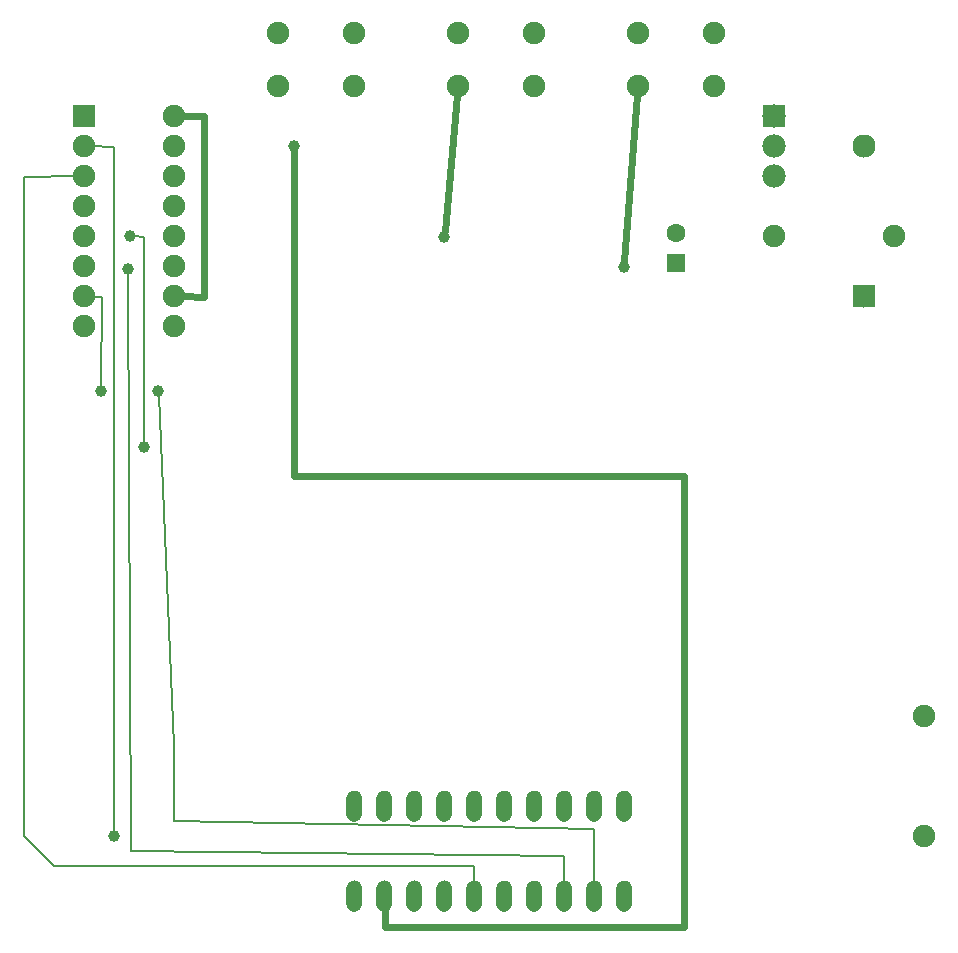
<source format=gbl>
G04 MADE WITH FRITZING*
G04 WWW.FRITZING.ORG*
G04 DOUBLE SIDED*
G04 HOLES PLATED*
G04 CONTOUR ON CENTER OF CONTOUR VECTOR*
%ASAXBY*%
%FSLAX23Y23*%
%MOIN*%
%OFA0B0*%
%SFA1.0B1.0*%
%ADD10C,0.062992*%
%ADD11C,0.075000*%
%ADD12C,0.077222*%
%ADD13C,0.078000*%
%ADD14C,0.052000*%
%ADD15C,0.039370*%
%ADD16R,0.062992X0.062992*%
%ADD17R,0.075000X0.075000*%
%ADD18R,0.077222X0.077222*%
%ADD19R,0.078000X0.078000*%
%ADD20C,0.024000*%
%ADD21C,0.008000*%
%ADD22R,0.001000X0.001000*%
%LNCOPPER0*%
G90*
G70*
G54D10*
X2193Y2262D03*
X2193Y2361D03*
G54D11*
X2522Y2350D03*
X2922Y2350D03*
X222Y2750D03*
X522Y2750D03*
X222Y2650D03*
X522Y2650D03*
X222Y2550D03*
X522Y2550D03*
X222Y2450D03*
X522Y2450D03*
X222Y2350D03*
X522Y2350D03*
X222Y2250D03*
X522Y2250D03*
X222Y2150D03*
X522Y2150D03*
X222Y2050D03*
X522Y2050D03*
G54D12*
X2822Y2650D03*
X2822Y2150D03*
X2822Y2650D03*
X2822Y2150D03*
G54D13*
X2522Y2750D03*
X2522Y2650D03*
X2522Y2550D03*
G54D14*
X1122Y150D03*
X1222Y150D03*
X1722Y150D03*
X1822Y150D03*
X1322Y150D03*
X1422Y150D03*
X1622Y150D03*
X1522Y150D03*
X1922Y150D03*
X2022Y150D03*
X2022Y450D03*
X1922Y450D03*
X1822Y450D03*
X1722Y450D03*
X1622Y450D03*
X1522Y450D03*
X1422Y450D03*
X1322Y450D03*
X1222Y450D03*
X1122Y450D03*
G54D11*
X1122Y2850D03*
X866Y2850D03*
X1122Y3027D03*
X866Y3027D03*
X1722Y2850D03*
X1466Y2850D03*
X1722Y3027D03*
X1466Y3027D03*
X2322Y2850D03*
X2066Y2850D03*
X2322Y3027D03*
X2066Y3027D03*
G54D15*
X1421Y2349D03*
X2021Y2248D03*
X922Y2650D03*
G54D11*
X3022Y350D03*
X3022Y750D03*
G54D15*
X322Y350D03*
X421Y1649D03*
X374Y2351D03*
X366Y2241D03*
X469Y1835D03*
X279Y1835D03*
G54D16*
X2193Y2262D03*
G54D17*
X222Y2750D03*
G54D18*
X2822Y2150D03*
X2822Y2150D03*
G54D19*
X2522Y2750D03*
G54D20*
X1423Y2367D02*
X1464Y2821D01*
D02*
X2064Y2821D02*
X2022Y2267D01*
D02*
X921Y1551D02*
X2220Y1551D01*
D02*
X2220Y1551D02*
X2220Y49D01*
D02*
X2220Y49D02*
X1224Y49D01*
D02*
X1224Y49D02*
X1223Y123D01*
D02*
X922Y2631D02*
X921Y1551D01*
D02*
X622Y2751D02*
X622Y2149D01*
D02*
X622Y2149D02*
X551Y2150D01*
D02*
X551Y2750D02*
X622Y2751D01*
G54D21*
D02*
X321Y2649D02*
X322Y363D01*
D02*
X245Y2650D02*
X321Y2649D01*
D02*
X21Y350D02*
X121Y250D01*
D02*
X121Y250D02*
X1522Y250D01*
D02*
X1522Y250D02*
X1522Y171D01*
D02*
X21Y2549D02*
X21Y350D01*
D02*
X199Y2550D02*
X21Y2549D01*
D02*
X387Y2351D02*
X421Y2349D01*
D02*
X421Y2349D02*
X421Y1662D01*
D02*
X366Y2228D02*
X378Y300D01*
D02*
X378Y300D02*
X1820Y284D01*
D02*
X1820Y284D02*
X1822Y171D01*
D02*
X281Y2147D02*
X279Y1849D01*
D02*
X470Y1822D02*
X522Y651D01*
D02*
X522Y651D02*
X522Y400D01*
D02*
X522Y400D02*
X1921Y374D01*
D02*
X1921Y374D02*
X1922Y171D01*
D02*
X245Y2149D02*
X281Y2147D01*
G54D22*
X1821Y503D02*
X1821Y503D01*
X1921Y503D02*
X1921Y503D01*
X2021Y503D02*
X2021Y503D01*
X1115Y502D02*
X1128Y502D01*
X1215Y502D02*
X1228Y502D01*
X1315Y502D02*
X1328Y502D01*
X1415Y502D02*
X1428Y502D01*
X1515Y502D02*
X1528Y502D01*
X1615Y502D02*
X1628Y502D01*
X1715Y502D02*
X1728Y502D01*
X1815Y502D02*
X1828Y502D01*
X1915Y502D02*
X1928Y502D01*
X2015Y502D02*
X2028Y502D01*
X1112Y501D02*
X1131Y501D01*
X1212Y501D02*
X1231Y501D01*
X1312Y501D02*
X1331Y501D01*
X1412Y501D02*
X1431Y501D01*
X1512Y501D02*
X1531Y501D01*
X1612Y501D02*
X1631Y501D01*
X1712Y501D02*
X1731Y501D01*
X1812Y501D02*
X1831Y501D01*
X1912Y501D02*
X1931Y501D01*
X2012Y501D02*
X2031Y501D01*
X1110Y500D02*
X1133Y500D01*
X1210Y500D02*
X1233Y500D01*
X1310Y500D02*
X1333Y500D01*
X1410Y500D02*
X1433Y500D01*
X1510Y500D02*
X1533Y500D01*
X1610Y500D02*
X1633Y500D01*
X1710Y500D02*
X1733Y500D01*
X1810Y500D02*
X1833Y500D01*
X1910Y500D02*
X1933Y500D01*
X2010Y500D02*
X2033Y500D01*
X1108Y499D02*
X1135Y499D01*
X1208Y499D02*
X1235Y499D01*
X1308Y499D02*
X1335Y499D01*
X1408Y499D02*
X1435Y499D01*
X1508Y499D02*
X1535Y499D01*
X1608Y499D02*
X1635Y499D01*
X1708Y499D02*
X1735Y499D01*
X1808Y499D02*
X1835Y499D01*
X1908Y499D02*
X1935Y499D01*
X2008Y499D02*
X2035Y499D01*
X1107Y498D02*
X1136Y498D01*
X1207Y498D02*
X1236Y498D01*
X1307Y498D02*
X1336Y498D01*
X1407Y498D02*
X1436Y498D01*
X1507Y498D02*
X1536Y498D01*
X1607Y498D02*
X1636Y498D01*
X1707Y498D02*
X1736Y498D01*
X1807Y498D02*
X1836Y498D01*
X1907Y498D02*
X1936Y498D01*
X2007Y498D02*
X2036Y498D01*
X1106Y497D02*
X1137Y497D01*
X1206Y497D02*
X1237Y497D01*
X1306Y497D02*
X1337Y497D01*
X1405Y497D02*
X1437Y497D01*
X1505Y497D02*
X1537Y497D01*
X1605Y497D02*
X1637Y497D01*
X1705Y497D02*
X1737Y497D01*
X1805Y497D02*
X1837Y497D01*
X1905Y497D02*
X1937Y497D01*
X2005Y497D02*
X2037Y497D01*
X1104Y496D02*
X1139Y496D01*
X1204Y496D02*
X1239Y496D01*
X1304Y496D02*
X1339Y496D01*
X1404Y496D02*
X1439Y496D01*
X1504Y496D02*
X1539Y496D01*
X1604Y496D02*
X1639Y496D01*
X1704Y496D02*
X1739Y496D01*
X1804Y496D02*
X1839Y496D01*
X1904Y496D02*
X1939Y496D01*
X2004Y496D02*
X2038Y496D01*
X1103Y495D02*
X1140Y495D01*
X1203Y495D02*
X1240Y495D01*
X1303Y495D02*
X1340Y495D01*
X1403Y495D02*
X1440Y495D01*
X1503Y495D02*
X1540Y495D01*
X1603Y495D02*
X1640Y495D01*
X1703Y495D02*
X1740Y495D01*
X1803Y495D02*
X1840Y495D01*
X1903Y495D02*
X1940Y495D01*
X2003Y495D02*
X2040Y495D01*
X1102Y494D02*
X1141Y494D01*
X1202Y494D02*
X1241Y494D01*
X1302Y494D02*
X1341Y494D01*
X1402Y494D02*
X1440Y494D01*
X1502Y494D02*
X1540Y494D01*
X1602Y494D02*
X1640Y494D01*
X1702Y494D02*
X1740Y494D01*
X1802Y494D02*
X1840Y494D01*
X1902Y494D02*
X1940Y494D01*
X2002Y494D02*
X2040Y494D01*
X1102Y493D02*
X1141Y493D01*
X1202Y493D02*
X1241Y493D01*
X1302Y493D02*
X1341Y493D01*
X1402Y493D02*
X1441Y493D01*
X1502Y493D02*
X1541Y493D01*
X1602Y493D02*
X1641Y493D01*
X1702Y493D02*
X1741Y493D01*
X1802Y493D02*
X1841Y493D01*
X1901Y493D02*
X1941Y493D01*
X2001Y493D02*
X2041Y493D01*
X1101Y492D02*
X1142Y492D01*
X1201Y492D02*
X1242Y492D01*
X1301Y492D02*
X1342Y492D01*
X1401Y492D02*
X1442Y492D01*
X1501Y492D02*
X1542Y492D01*
X1601Y492D02*
X1642Y492D01*
X1701Y492D02*
X1742Y492D01*
X1801Y492D02*
X1842Y492D01*
X1901Y492D02*
X1942Y492D01*
X2001Y492D02*
X2042Y492D01*
X1100Y491D02*
X1143Y491D01*
X1200Y491D02*
X1243Y491D01*
X1300Y491D02*
X1343Y491D01*
X1400Y491D02*
X1443Y491D01*
X1500Y491D02*
X1543Y491D01*
X1600Y491D02*
X1643Y491D01*
X1700Y491D02*
X1743Y491D01*
X1800Y491D02*
X1843Y491D01*
X1900Y491D02*
X1943Y491D01*
X2000Y491D02*
X2043Y491D01*
X1100Y490D02*
X1143Y490D01*
X1200Y490D02*
X1243Y490D01*
X1300Y490D02*
X1343Y490D01*
X1400Y490D02*
X1443Y490D01*
X1500Y490D02*
X1543Y490D01*
X1599Y490D02*
X1643Y490D01*
X1699Y490D02*
X1743Y490D01*
X1799Y490D02*
X1843Y490D01*
X1899Y490D02*
X1943Y490D01*
X1999Y490D02*
X2043Y490D01*
X1099Y489D02*
X1144Y489D01*
X1199Y489D02*
X1244Y489D01*
X1299Y489D02*
X1344Y489D01*
X1399Y489D02*
X1444Y489D01*
X1499Y489D02*
X1544Y489D01*
X1599Y489D02*
X1644Y489D01*
X1699Y489D02*
X1744Y489D01*
X1799Y489D02*
X1844Y489D01*
X1899Y489D02*
X1944Y489D01*
X1999Y489D02*
X2044Y489D01*
X1099Y488D02*
X1144Y488D01*
X1198Y488D02*
X1244Y488D01*
X1298Y488D02*
X1344Y488D01*
X1398Y488D02*
X1444Y488D01*
X1498Y488D02*
X1544Y488D01*
X1598Y488D02*
X1644Y488D01*
X1698Y488D02*
X1744Y488D01*
X1798Y488D02*
X1844Y488D01*
X1898Y488D02*
X1944Y488D01*
X1998Y488D02*
X2044Y488D01*
X1098Y487D02*
X1145Y487D01*
X1198Y487D02*
X1245Y487D01*
X1298Y487D02*
X1345Y487D01*
X1398Y487D02*
X1445Y487D01*
X1498Y487D02*
X1545Y487D01*
X1598Y487D02*
X1645Y487D01*
X1698Y487D02*
X1745Y487D01*
X1798Y487D02*
X1845Y487D01*
X1898Y487D02*
X1945Y487D01*
X1998Y487D02*
X2045Y487D01*
X1098Y486D02*
X1145Y486D01*
X1198Y486D02*
X1245Y486D01*
X1298Y486D02*
X1345Y486D01*
X1398Y486D02*
X1445Y486D01*
X1498Y486D02*
X1545Y486D01*
X1598Y486D02*
X1645Y486D01*
X1698Y486D02*
X1745Y486D01*
X1797Y486D02*
X1845Y486D01*
X1897Y486D02*
X1945Y486D01*
X1997Y486D02*
X2045Y486D01*
X1097Y485D02*
X1146Y485D01*
X1197Y485D02*
X1246Y485D01*
X1297Y485D02*
X1346Y485D01*
X1397Y485D02*
X1446Y485D01*
X1497Y485D02*
X1546Y485D01*
X1597Y485D02*
X1646Y485D01*
X1697Y485D02*
X1746Y485D01*
X1797Y485D02*
X1846Y485D01*
X1897Y485D02*
X1946Y485D01*
X1997Y485D02*
X2046Y485D01*
X1097Y484D02*
X1146Y484D01*
X1197Y484D02*
X1246Y484D01*
X1297Y484D02*
X1346Y484D01*
X1397Y484D02*
X1446Y484D01*
X1497Y484D02*
X1546Y484D01*
X1597Y484D02*
X1646Y484D01*
X1697Y484D02*
X1746Y484D01*
X1797Y484D02*
X1846Y484D01*
X1897Y484D02*
X1946Y484D01*
X1997Y484D02*
X2046Y484D01*
X1097Y483D02*
X1146Y483D01*
X1197Y483D02*
X1246Y483D01*
X1297Y483D02*
X1346Y483D01*
X1397Y483D02*
X1446Y483D01*
X1497Y483D02*
X1546Y483D01*
X1597Y483D02*
X1646Y483D01*
X1697Y483D02*
X1746Y483D01*
X1797Y483D02*
X1846Y483D01*
X1897Y483D02*
X1946Y483D01*
X1997Y483D02*
X2046Y483D01*
X1096Y482D02*
X1147Y482D01*
X1196Y482D02*
X1246Y482D01*
X1296Y482D02*
X1346Y482D01*
X1396Y482D02*
X1446Y482D01*
X1496Y482D02*
X1546Y482D01*
X1596Y482D02*
X1646Y482D01*
X1696Y482D02*
X1746Y482D01*
X1796Y482D02*
X1846Y482D01*
X1896Y482D02*
X1946Y482D01*
X1996Y482D02*
X2046Y482D01*
X1096Y481D02*
X1147Y481D01*
X1196Y481D02*
X1247Y481D01*
X1296Y481D02*
X1347Y481D01*
X1396Y481D02*
X1447Y481D01*
X1496Y481D02*
X1547Y481D01*
X1596Y481D02*
X1647Y481D01*
X1696Y481D02*
X1747Y481D01*
X1796Y481D02*
X1847Y481D01*
X1896Y481D02*
X1947Y481D01*
X1996Y481D02*
X2046Y481D01*
X1096Y480D02*
X1147Y480D01*
X1196Y480D02*
X1247Y480D01*
X1296Y480D02*
X1347Y480D01*
X1396Y480D02*
X1447Y480D01*
X1496Y480D02*
X1547Y480D01*
X1596Y480D02*
X1647Y480D01*
X1696Y480D02*
X1747Y480D01*
X1796Y480D02*
X1847Y480D01*
X1896Y480D02*
X1947Y480D01*
X1996Y480D02*
X2047Y480D01*
X1096Y479D02*
X1147Y479D01*
X1196Y479D02*
X1247Y479D01*
X1296Y479D02*
X1347Y479D01*
X1396Y479D02*
X1447Y479D01*
X1496Y479D02*
X1547Y479D01*
X1596Y479D02*
X1647Y479D01*
X1696Y479D02*
X1747Y479D01*
X1796Y479D02*
X1847Y479D01*
X1896Y479D02*
X1947Y479D01*
X1996Y479D02*
X2047Y479D01*
X1096Y478D02*
X1147Y478D01*
X1196Y478D02*
X1247Y478D01*
X1296Y478D02*
X1347Y478D01*
X1396Y478D02*
X1447Y478D01*
X1496Y478D02*
X1547Y478D01*
X1596Y478D02*
X1647Y478D01*
X1696Y478D02*
X1747Y478D01*
X1796Y478D02*
X1847Y478D01*
X1896Y478D02*
X1947Y478D01*
X1996Y478D02*
X2047Y478D01*
X1096Y477D02*
X1147Y477D01*
X1196Y477D02*
X1247Y477D01*
X1296Y477D02*
X1347Y477D01*
X1396Y477D02*
X1447Y477D01*
X1496Y477D02*
X1547Y477D01*
X1596Y477D02*
X1647Y477D01*
X1696Y477D02*
X1747Y477D01*
X1796Y477D02*
X1847Y477D01*
X1896Y477D02*
X1947Y477D01*
X1996Y477D02*
X2047Y477D01*
X1096Y476D02*
X1147Y476D01*
X1196Y476D02*
X1247Y476D01*
X1296Y476D02*
X1347Y476D01*
X1396Y476D02*
X1447Y476D01*
X1496Y476D02*
X1547Y476D01*
X1596Y476D02*
X1647Y476D01*
X1696Y476D02*
X1747Y476D01*
X1796Y476D02*
X1847Y476D01*
X1896Y476D02*
X1947Y476D01*
X1996Y476D02*
X2047Y476D01*
X1096Y475D02*
X1147Y475D01*
X1196Y475D02*
X1247Y475D01*
X1296Y475D02*
X1347Y475D01*
X1396Y475D02*
X1447Y475D01*
X1496Y475D02*
X1547Y475D01*
X1596Y475D02*
X1647Y475D01*
X1696Y475D02*
X1747Y475D01*
X1796Y475D02*
X1847Y475D01*
X1896Y475D02*
X1947Y475D01*
X1996Y475D02*
X2047Y475D01*
X1096Y474D02*
X1147Y474D01*
X1196Y474D02*
X1247Y474D01*
X1296Y474D02*
X1347Y474D01*
X1396Y474D02*
X1447Y474D01*
X1496Y474D02*
X1547Y474D01*
X1596Y474D02*
X1647Y474D01*
X1696Y474D02*
X1747Y474D01*
X1796Y474D02*
X1847Y474D01*
X1896Y474D02*
X1947Y474D01*
X1996Y474D02*
X2047Y474D01*
X1096Y473D02*
X1147Y473D01*
X1196Y473D02*
X1247Y473D01*
X1296Y473D02*
X1347Y473D01*
X1396Y473D02*
X1447Y473D01*
X1496Y473D02*
X1547Y473D01*
X1596Y473D02*
X1647Y473D01*
X1696Y473D02*
X1747Y473D01*
X1796Y473D02*
X1847Y473D01*
X1896Y473D02*
X1947Y473D01*
X1996Y473D02*
X2047Y473D01*
X1096Y472D02*
X1147Y472D01*
X1196Y472D02*
X1247Y472D01*
X1296Y472D02*
X1347Y472D01*
X1396Y472D02*
X1447Y472D01*
X1496Y472D02*
X1547Y472D01*
X1596Y472D02*
X1647Y472D01*
X1696Y472D02*
X1747Y472D01*
X1796Y472D02*
X1847Y472D01*
X1896Y472D02*
X1947Y472D01*
X1996Y472D02*
X2047Y472D01*
X1096Y471D02*
X1147Y471D01*
X1196Y471D02*
X1247Y471D01*
X1296Y471D02*
X1347Y471D01*
X1396Y471D02*
X1447Y471D01*
X1496Y471D02*
X1547Y471D01*
X1596Y471D02*
X1647Y471D01*
X1696Y471D02*
X1747Y471D01*
X1796Y471D02*
X1847Y471D01*
X1896Y471D02*
X1947Y471D01*
X1996Y471D02*
X2047Y471D01*
X1096Y470D02*
X1147Y470D01*
X1196Y470D02*
X1247Y470D01*
X1296Y470D02*
X1347Y470D01*
X1396Y470D02*
X1447Y470D01*
X1496Y470D02*
X1547Y470D01*
X1596Y470D02*
X1647Y470D01*
X1696Y470D02*
X1747Y470D01*
X1796Y470D02*
X1847Y470D01*
X1896Y470D02*
X1947Y470D01*
X1996Y470D02*
X2047Y470D01*
X1096Y469D02*
X1147Y469D01*
X1196Y469D02*
X1247Y469D01*
X1296Y469D02*
X1347Y469D01*
X1396Y469D02*
X1447Y469D01*
X1496Y469D02*
X1547Y469D01*
X1596Y469D02*
X1647Y469D01*
X1696Y469D02*
X1747Y469D01*
X1796Y469D02*
X1847Y469D01*
X1896Y469D02*
X1947Y469D01*
X1996Y469D02*
X2047Y469D01*
X1096Y468D02*
X1147Y468D01*
X1196Y468D02*
X1247Y468D01*
X1296Y468D02*
X1347Y468D01*
X1396Y468D02*
X1447Y468D01*
X1496Y468D02*
X1547Y468D01*
X1596Y468D02*
X1647Y468D01*
X1696Y468D02*
X1747Y468D01*
X1796Y468D02*
X1847Y468D01*
X1896Y468D02*
X1947Y468D01*
X1996Y468D02*
X2047Y468D01*
X1096Y467D02*
X1147Y467D01*
X1196Y467D02*
X1247Y467D01*
X1296Y467D02*
X1347Y467D01*
X1396Y467D02*
X1447Y467D01*
X1496Y467D02*
X1547Y467D01*
X1596Y467D02*
X1647Y467D01*
X1696Y467D02*
X1747Y467D01*
X1796Y467D02*
X1847Y467D01*
X1896Y467D02*
X1947Y467D01*
X1996Y467D02*
X2047Y467D01*
X1096Y466D02*
X1116Y466D01*
X1127Y466D02*
X1147Y466D01*
X1196Y466D02*
X1216Y466D01*
X1227Y466D02*
X1247Y466D01*
X1296Y466D02*
X1316Y466D01*
X1327Y466D02*
X1347Y466D01*
X1396Y466D02*
X1415Y466D01*
X1427Y466D02*
X1447Y466D01*
X1496Y466D02*
X1515Y466D01*
X1527Y466D02*
X1547Y466D01*
X1596Y466D02*
X1615Y466D01*
X1627Y466D02*
X1647Y466D01*
X1696Y466D02*
X1715Y466D01*
X1727Y466D02*
X1747Y466D01*
X1796Y466D02*
X1815Y466D01*
X1827Y466D02*
X1847Y466D01*
X1896Y466D02*
X1915Y466D01*
X1927Y466D02*
X1947Y466D01*
X1996Y466D02*
X2015Y466D01*
X2027Y466D02*
X2047Y466D01*
X1096Y465D02*
X1113Y465D01*
X1130Y465D02*
X1147Y465D01*
X1196Y465D02*
X1213Y465D01*
X1230Y465D02*
X1247Y465D01*
X1296Y465D02*
X1313Y465D01*
X1330Y465D02*
X1347Y465D01*
X1396Y465D02*
X1413Y465D01*
X1430Y465D02*
X1447Y465D01*
X1496Y465D02*
X1513Y465D01*
X1530Y465D02*
X1547Y465D01*
X1596Y465D02*
X1613Y465D01*
X1630Y465D02*
X1647Y465D01*
X1696Y465D02*
X1713Y465D01*
X1730Y465D02*
X1747Y465D01*
X1796Y465D02*
X1813Y465D01*
X1829Y465D02*
X1847Y465D01*
X1896Y465D02*
X1913Y465D01*
X1929Y465D02*
X1947Y465D01*
X1996Y465D02*
X2013Y465D01*
X2029Y465D02*
X2047Y465D01*
X1096Y464D02*
X1112Y464D01*
X1131Y464D02*
X1147Y464D01*
X1196Y464D02*
X1212Y464D01*
X1231Y464D02*
X1247Y464D01*
X1296Y464D02*
X1312Y464D01*
X1331Y464D02*
X1347Y464D01*
X1396Y464D02*
X1412Y464D01*
X1431Y464D02*
X1447Y464D01*
X1496Y464D02*
X1512Y464D01*
X1531Y464D02*
X1547Y464D01*
X1596Y464D02*
X1612Y464D01*
X1631Y464D02*
X1647Y464D01*
X1696Y464D02*
X1712Y464D01*
X1731Y464D02*
X1747Y464D01*
X1796Y464D02*
X1812Y464D01*
X1831Y464D02*
X1847Y464D01*
X1896Y464D02*
X1912Y464D01*
X1931Y464D02*
X1947Y464D01*
X1996Y464D02*
X2012Y464D01*
X2031Y464D02*
X2047Y464D01*
X1096Y463D02*
X1111Y463D01*
X1132Y463D02*
X1147Y463D01*
X1196Y463D02*
X1210Y463D01*
X1232Y463D02*
X1247Y463D01*
X1296Y463D02*
X1310Y463D01*
X1332Y463D02*
X1347Y463D01*
X1396Y463D02*
X1410Y463D01*
X1432Y463D02*
X1447Y463D01*
X1496Y463D02*
X1510Y463D01*
X1532Y463D02*
X1547Y463D01*
X1596Y463D02*
X1610Y463D01*
X1632Y463D02*
X1647Y463D01*
X1696Y463D02*
X1710Y463D01*
X1732Y463D02*
X1747Y463D01*
X1796Y463D02*
X1810Y463D01*
X1832Y463D02*
X1847Y463D01*
X1896Y463D02*
X1910Y463D01*
X1932Y463D02*
X1947Y463D01*
X1996Y463D02*
X2010Y463D01*
X2032Y463D02*
X2047Y463D01*
X1096Y462D02*
X1109Y462D01*
X1134Y462D02*
X1147Y462D01*
X1196Y462D02*
X1209Y462D01*
X1234Y462D02*
X1247Y462D01*
X1296Y462D02*
X1309Y462D01*
X1334Y462D02*
X1347Y462D01*
X1396Y462D02*
X1409Y462D01*
X1434Y462D02*
X1447Y462D01*
X1496Y462D02*
X1509Y462D01*
X1533Y462D02*
X1547Y462D01*
X1596Y462D02*
X1609Y462D01*
X1633Y462D02*
X1647Y462D01*
X1696Y462D02*
X1709Y462D01*
X1733Y462D02*
X1747Y462D01*
X1796Y462D02*
X1809Y462D01*
X1833Y462D02*
X1847Y462D01*
X1896Y462D02*
X1909Y462D01*
X1933Y462D02*
X1947Y462D01*
X1996Y462D02*
X2009Y462D01*
X2033Y462D02*
X2047Y462D01*
X1096Y461D02*
X1109Y461D01*
X1134Y461D02*
X1147Y461D01*
X1196Y461D02*
X1209Y461D01*
X1234Y461D02*
X1247Y461D01*
X1296Y461D02*
X1309Y461D01*
X1334Y461D02*
X1347Y461D01*
X1396Y461D02*
X1409Y461D01*
X1434Y461D02*
X1447Y461D01*
X1496Y461D02*
X1509Y461D01*
X1534Y461D02*
X1547Y461D01*
X1596Y461D02*
X1608Y461D01*
X1634Y461D02*
X1647Y461D01*
X1696Y461D02*
X1708Y461D01*
X1734Y461D02*
X1747Y461D01*
X1796Y461D02*
X1808Y461D01*
X1834Y461D02*
X1847Y461D01*
X1896Y461D02*
X1908Y461D01*
X1934Y461D02*
X1947Y461D01*
X1996Y461D02*
X2008Y461D01*
X2034Y461D02*
X2047Y461D01*
X1096Y460D02*
X1108Y460D01*
X1135Y460D02*
X1147Y460D01*
X1196Y460D02*
X1208Y460D01*
X1235Y460D02*
X1247Y460D01*
X1296Y460D02*
X1308Y460D01*
X1335Y460D02*
X1347Y460D01*
X1396Y460D02*
X1408Y460D01*
X1435Y460D02*
X1447Y460D01*
X1496Y460D02*
X1508Y460D01*
X1535Y460D02*
X1547Y460D01*
X1596Y460D02*
X1608Y460D01*
X1635Y460D02*
X1647Y460D01*
X1696Y460D02*
X1708Y460D01*
X1735Y460D02*
X1747Y460D01*
X1796Y460D02*
X1808Y460D01*
X1835Y460D02*
X1847Y460D01*
X1896Y460D02*
X1908Y460D01*
X1935Y460D02*
X1947Y460D01*
X1996Y460D02*
X2008Y460D01*
X2035Y460D02*
X2047Y460D01*
X1096Y459D02*
X1107Y459D01*
X1136Y459D02*
X1147Y459D01*
X1196Y459D02*
X1207Y459D01*
X1236Y459D02*
X1247Y459D01*
X1296Y459D02*
X1307Y459D01*
X1336Y459D02*
X1347Y459D01*
X1396Y459D02*
X1407Y459D01*
X1436Y459D02*
X1447Y459D01*
X1496Y459D02*
X1507Y459D01*
X1536Y459D02*
X1547Y459D01*
X1596Y459D02*
X1607Y459D01*
X1636Y459D02*
X1647Y459D01*
X1696Y459D02*
X1707Y459D01*
X1736Y459D02*
X1747Y459D01*
X1796Y459D02*
X1807Y459D01*
X1836Y459D02*
X1847Y459D01*
X1896Y459D02*
X1907Y459D01*
X1936Y459D02*
X1947Y459D01*
X1996Y459D02*
X2007Y459D01*
X2036Y459D02*
X2047Y459D01*
X1096Y458D02*
X1107Y458D01*
X1136Y458D02*
X1147Y458D01*
X1196Y458D02*
X1207Y458D01*
X1236Y458D02*
X1247Y458D01*
X1296Y458D02*
X1307Y458D01*
X1336Y458D02*
X1347Y458D01*
X1396Y458D02*
X1407Y458D01*
X1436Y458D02*
X1447Y458D01*
X1496Y458D02*
X1507Y458D01*
X1536Y458D02*
X1547Y458D01*
X1596Y458D02*
X1607Y458D01*
X1636Y458D02*
X1647Y458D01*
X1696Y458D02*
X1707Y458D01*
X1736Y458D02*
X1747Y458D01*
X1796Y458D02*
X1807Y458D01*
X1836Y458D02*
X1847Y458D01*
X1896Y458D02*
X1907Y458D01*
X1936Y458D02*
X1947Y458D01*
X1996Y458D02*
X2006Y458D01*
X2036Y458D02*
X2047Y458D01*
X1096Y457D02*
X1106Y457D01*
X1137Y457D02*
X1147Y457D01*
X1196Y457D02*
X1206Y457D01*
X1237Y457D02*
X1247Y457D01*
X1296Y457D02*
X1306Y457D01*
X1337Y457D02*
X1347Y457D01*
X1396Y457D02*
X1406Y457D01*
X1437Y457D02*
X1447Y457D01*
X1496Y457D02*
X1506Y457D01*
X1537Y457D02*
X1547Y457D01*
X1596Y457D02*
X1606Y457D01*
X1637Y457D02*
X1647Y457D01*
X1696Y457D02*
X1706Y457D01*
X1737Y457D02*
X1747Y457D01*
X1796Y457D02*
X1806Y457D01*
X1837Y457D02*
X1847Y457D01*
X1896Y457D02*
X1906Y457D01*
X1937Y457D02*
X1947Y457D01*
X1996Y457D02*
X2006Y457D01*
X2037Y457D02*
X2047Y457D01*
X1096Y456D02*
X1106Y456D01*
X1137Y456D02*
X1147Y456D01*
X1196Y456D02*
X1206Y456D01*
X1237Y456D02*
X1247Y456D01*
X1296Y456D02*
X1306Y456D01*
X1337Y456D02*
X1347Y456D01*
X1396Y456D02*
X1406Y456D01*
X1437Y456D02*
X1447Y456D01*
X1496Y456D02*
X1506Y456D01*
X1537Y456D02*
X1547Y456D01*
X1596Y456D02*
X1606Y456D01*
X1637Y456D02*
X1647Y456D01*
X1696Y456D02*
X1706Y456D01*
X1737Y456D02*
X1747Y456D01*
X1796Y456D02*
X1806Y456D01*
X1837Y456D02*
X1847Y456D01*
X1896Y456D02*
X1906Y456D01*
X1937Y456D02*
X1947Y456D01*
X1996Y456D02*
X2006Y456D01*
X2037Y456D02*
X2047Y456D01*
X1096Y455D02*
X1106Y455D01*
X1137Y455D02*
X1147Y455D01*
X1196Y455D02*
X1206Y455D01*
X1237Y455D02*
X1247Y455D01*
X1296Y455D02*
X1306Y455D01*
X1337Y455D02*
X1347Y455D01*
X1396Y455D02*
X1406Y455D01*
X1437Y455D02*
X1447Y455D01*
X1496Y455D02*
X1505Y455D01*
X1537Y455D02*
X1547Y455D01*
X1596Y455D02*
X1605Y455D01*
X1637Y455D02*
X1647Y455D01*
X1696Y455D02*
X1705Y455D01*
X1737Y455D02*
X1747Y455D01*
X1796Y455D02*
X1805Y455D01*
X1837Y455D02*
X1847Y455D01*
X1896Y455D02*
X1905Y455D01*
X1937Y455D02*
X1947Y455D01*
X1996Y455D02*
X2005Y455D01*
X2037Y455D02*
X2047Y455D01*
X1096Y454D02*
X1105Y454D01*
X1138Y454D02*
X1147Y454D01*
X1196Y454D02*
X1205Y454D01*
X1238Y454D02*
X1247Y454D01*
X1296Y454D02*
X1305Y454D01*
X1338Y454D02*
X1347Y454D01*
X1396Y454D02*
X1405Y454D01*
X1438Y454D02*
X1447Y454D01*
X1496Y454D02*
X1505Y454D01*
X1538Y454D02*
X1547Y454D01*
X1596Y454D02*
X1605Y454D01*
X1638Y454D02*
X1647Y454D01*
X1696Y454D02*
X1705Y454D01*
X1738Y454D02*
X1747Y454D01*
X1796Y454D02*
X1805Y454D01*
X1838Y454D02*
X1847Y454D01*
X1896Y454D02*
X1905Y454D01*
X1938Y454D02*
X1947Y454D01*
X1996Y454D02*
X2005Y454D01*
X2038Y454D02*
X2047Y454D01*
X1096Y453D02*
X1105Y453D01*
X1138Y453D02*
X1147Y453D01*
X1196Y453D02*
X1205Y453D01*
X1238Y453D02*
X1247Y453D01*
X1296Y453D02*
X1305Y453D01*
X1338Y453D02*
X1347Y453D01*
X1396Y453D02*
X1405Y453D01*
X1438Y453D02*
X1447Y453D01*
X1496Y453D02*
X1505Y453D01*
X1538Y453D02*
X1547Y453D01*
X1596Y453D02*
X1605Y453D01*
X1638Y453D02*
X1647Y453D01*
X1696Y453D02*
X1705Y453D01*
X1738Y453D02*
X1747Y453D01*
X1796Y453D02*
X1805Y453D01*
X1838Y453D02*
X1847Y453D01*
X1896Y453D02*
X1905Y453D01*
X1938Y453D02*
X1947Y453D01*
X1996Y453D02*
X2005Y453D01*
X2038Y453D02*
X2047Y453D01*
X1096Y452D02*
X1105Y452D01*
X1138Y452D02*
X1147Y452D01*
X1196Y452D02*
X1205Y452D01*
X1238Y452D02*
X1247Y452D01*
X1296Y452D02*
X1305Y452D01*
X1338Y452D02*
X1347Y452D01*
X1396Y452D02*
X1405Y452D01*
X1438Y452D02*
X1447Y452D01*
X1496Y452D02*
X1505Y452D01*
X1538Y452D02*
X1547Y452D01*
X1596Y452D02*
X1605Y452D01*
X1638Y452D02*
X1647Y452D01*
X1696Y452D02*
X1705Y452D01*
X1738Y452D02*
X1747Y452D01*
X1796Y452D02*
X1805Y452D01*
X1838Y452D02*
X1847Y452D01*
X1896Y452D02*
X1905Y452D01*
X1938Y452D02*
X1947Y452D01*
X1996Y452D02*
X2005Y452D01*
X2038Y452D02*
X2047Y452D01*
X1096Y451D02*
X1105Y451D01*
X1138Y451D02*
X1147Y451D01*
X1196Y451D02*
X1205Y451D01*
X1238Y451D02*
X1247Y451D01*
X1296Y451D02*
X1305Y451D01*
X1338Y451D02*
X1347Y451D01*
X1396Y451D02*
X1405Y451D01*
X1438Y451D02*
X1447Y451D01*
X1496Y451D02*
X1505Y451D01*
X1538Y451D02*
X1547Y451D01*
X1596Y451D02*
X1605Y451D01*
X1638Y451D02*
X1647Y451D01*
X1696Y451D02*
X1705Y451D01*
X1738Y451D02*
X1747Y451D01*
X1796Y451D02*
X1805Y451D01*
X1838Y451D02*
X1847Y451D01*
X1896Y451D02*
X1905Y451D01*
X1938Y451D02*
X1947Y451D01*
X1996Y451D02*
X2005Y451D01*
X2038Y451D02*
X2047Y451D01*
X1096Y450D02*
X1105Y450D01*
X1138Y450D02*
X1147Y450D01*
X1196Y450D02*
X1205Y450D01*
X1238Y450D02*
X1247Y450D01*
X1296Y450D02*
X1305Y450D01*
X1338Y450D02*
X1347Y450D01*
X1396Y450D02*
X1405Y450D01*
X1438Y450D02*
X1447Y450D01*
X1496Y450D02*
X1505Y450D01*
X1538Y450D02*
X1547Y450D01*
X1596Y450D02*
X1605Y450D01*
X1638Y450D02*
X1647Y450D01*
X1696Y450D02*
X1705Y450D01*
X1738Y450D02*
X1747Y450D01*
X1796Y450D02*
X1805Y450D01*
X1838Y450D02*
X1847Y450D01*
X1896Y450D02*
X1905Y450D01*
X1938Y450D02*
X1947Y450D01*
X1996Y450D02*
X2005Y450D01*
X2038Y450D02*
X2047Y450D01*
X1096Y449D02*
X1105Y449D01*
X1138Y449D02*
X1147Y449D01*
X1196Y449D02*
X1205Y449D01*
X1238Y449D02*
X1247Y449D01*
X1296Y449D02*
X1305Y449D01*
X1338Y449D02*
X1347Y449D01*
X1396Y449D02*
X1405Y449D01*
X1438Y449D02*
X1447Y449D01*
X1496Y449D02*
X1505Y449D01*
X1538Y449D02*
X1547Y449D01*
X1596Y449D02*
X1605Y449D01*
X1638Y449D02*
X1647Y449D01*
X1696Y449D02*
X1705Y449D01*
X1738Y449D02*
X1747Y449D01*
X1796Y449D02*
X1805Y449D01*
X1838Y449D02*
X1847Y449D01*
X1896Y449D02*
X1905Y449D01*
X1938Y449D02*
X1947Y449D01*
X1996Y449D02*
X2005Y449D01*
X2038Y449D02*
X2047Y449D01*
X1096Y448D02*
X1105Y448D01*
X1138Y448D02*
X1147Y448D01*
X1196Y448D02*
X1205Y448D01*
X1238Y448D02*
X1247Y448D01*
X1296Y448D02*
X1305Y448D01*
X1338Y448D02*
X1347Y448D01*
X1396Y448D02*
X1405Y448D01*
X1438Y448D02*
X1447Y448D01*
X1496Y448D02*
X1505Y448D01*
X1538Y448D02*
X1547Y448D01*
X1596Y448D02*
X1605Y448D01*
X1638Y448D02*
X1647Y448D01*
X1696Y448D02*
X1705Y448D01*
X1738Y448D02*
X1747Y448D01*
X1796Y448D02*
X1805Y448D01*
X1838Y448D02*
X1847Y448D01*
X1896Y448D02*
X1905Y448D01*
X1938Y448D02*
X1947Y448D01*
X1996Y448D02*
X2005Y448D01*
X2038Y448D02*
X2047Y448D01*
X1096Y447D02*
X1106Y447D01*
X1137Y447D02*
X1147Y447D01*
X1196Y447D02*
X1206Y447D01*
X1237Y447D02*
X1247Y447D01*
X1296Y447D02*
X1306Y447D01*
X1337Y447D02*
X1347Y447D01*
X1396Y447D02*
X1406Y447D01*
X1437Y447D02*
X1447Y447D01*
X1496Y447D02*
X1505Y447D01*
X1537Y447D02*
X1547Y447D01*
X1596Y447D02*
X1605Y447D01*
X1637Y447D02*
X1647Y447D01*
X1696Y447D02*
X1705Y447D01*
X1737Y447D02*
X1747Y447D01*
X1796Y447D02*
X1805Y447D01*
X1837Y447D02*
X1847Y447D01*
X1896Y447D02*
X1905Y447D01*
X1937Y447D02*
X1947Y447D01*
X1996Y447D02*
X2005Y447D01*
X2037Y447D02*
X2047Y447D01*
X1096Y446D02*
X1106Y446D01*
X1137Y446D02*
X1147Y446D01*
X1196Y446D02*
X1206Y446D01*
X1237Y446D02*
X1247Y446D01*
X1296Y446D02*
X1306Y446D01*
X1337Y446D02*
X1347Y446D01*
X1396Y446D02*
X1406Y446D01*
X1437Y446D02*
X1447Y446D01*
X1496Y446D02*
X1506Y446D01*
X1537Y446D02*
X1547Y446D01*
X1596Y446D02*
X1606Y446D01*
X1637Y446D02*
X1647Y446D01*
X1696Y446D02*
X1706Y446D01*
X1737Y446D02*
X1747Y446D01*
X1796Y446D02*
X1806Y446D01*
X1837Y446D02*
X1847Y446D01*
X1896Y446D02*
X1906Y446D01*
X1937Y446D02*
X1947Y446D01*
X1996Y446D02*
X2006Y446D01*
X2037Y446D02*
X2047Y446D01*
X1096Y445D02*
X1106Y445D01*
X1137Y445D02*
X1147Y445D01*
X1196Y445D02*
X1206Y445D01*
X1237Y445D02*
X1247Y445D01*
X1296Y445D02*
X1306Y445D01*
X1337Y445D02*
X1347Y445D01*
X1396Y445D02*
X1406Y445D01*
X1437Y445D02*
X1447Y445D01*
X1496Y445D02*
X1506Y445D01*
X1537Y445D02*
X1547Y445D01*
X1596Y445D02*
X1606Y445D01*
X1637Y445D02*
X1647Y445D01*
X1696Y445D02*
X1706Y445D01*
X1737Y445D02*
X1747Y445D01*
X1796Y445D02*
X1806Y445D01*
X1837Y445D02*
X1847Y445D01*
X1896Y445D02*
X1906Y445D01*
X1937Y445D02*
X1947Y445D01*
X1996Y445D02*
X2006Y445D01*
X2037Y445D02*
X2047Y445D01*
X1096Y444D02*
X1107Y444D01*
X1136Y444D02*
X1147Y444D01*
X1196Y444D02*
X1207Y444D01*
X1236Y444D02*
X1247Y444D01*
X1296Y444D02*
X1307Y444D01*
X1336Y444D02*
X1347Y444D01*
X1396Y444D02*
X1407Y444D01*
X1436Y444D02*
X1447Y444D01*
X1496Y444D02*
X1507Y444D01*
X1536Y444D02*
X1547Y444D01*
X1596Y444D02*
X1607Y444D01*
X1636Y444D02*
X1647Y444D01*
X1696Y444D02*
X1707Y444D01*
X1736Y444D02*
X1747Y444D01*
X1796Y444D02*
X1807Y444D01*
X1836Y444D02*
X1847Y444D01*
X1896Y444D02*
X1907Y444D01*
X1936Y444D02*
X1947Y444D01*
X1996Y444D02*
X2007Y444D01*
X2036Y444D02*
X2047Y444D01*
X1096Y443D02*
X1107Y443D01*
X1136Y443D02*
X1147Y443D01*
X1196Y443D02*
X1207Y443D01*
X1236Y443D02*
X1247Y443D01*
X1296Y443D02*
X1307Y443D01*
X1336Y443D02*
X1347Y443D01*
X1396Y443D02*
X1407Y443D01*
X1436Y443D02*
X1447Y443D01*
X1496Y443D02*
X1507Y443D01*
X1536Y443D02*
X1547Y443D01*
X1596Y443D02*
X1607Y443D01*
X1636Y443D02*
X1647Y443D01*
X1696Y443D02*
X1707Y443D01*
X1736Y443D02*
X1747Y443D01*
X1796Y443D02*
X1807Y443D01*
X1836Y443D02*
X1847Y443D01*
X1896Y443D02*
X1907Y443D01*
X1936Y443D02*
X1947Y443D01*
X1996Y443D02*
X2007Y443D01*
X2036Y443D02*
X2047Y443D01*
X1096Y442D02*
X1108Y442D01*
X1135Y442D02*
X1147Y442D01*
X1196Y442D02*
X1208Y442D01*
X1235Y442D02*
X1247Y442D01*
X1296Y442D02*
X1308Y442D01*
X1335Y442D02*
X1347Y442D01*
X1396Y442D02*
X1408Y442D01*
X1435Y442D02*
X1447Y442D01*
X1496Y442D02*
X1508Y442D01*
X1535Y442D02*
X1547Y442D01*
X1596Y442D02*
X1608Y442D01*
X1635Y442D02*
X1647Y442D01*
X1696Y442D02*
X1708Y442D01*
X1735Y442D02*
X1747Y442D01*
X1796Y442D02*
X1808Y442D01*
X1835Y442D02*
X1847Y442D01*
X1896Y442D02*
X1908Y442D01*
X1935Y442D02*
X1947Y442D01*
X1996Y442D02*
X2008Y442D01*
X2035Y442D02*
X2047Y442D01*
X1096Y441D02*
X1109Y441D01*
X1134Y441D02*
X1147Y441D01*
X1196Y441D02*
X1209Y441D01*
X1234Y441D02*
X1247Y441D01*
X1296Y441D02*
X1309Y441D01*
X1334Y441D02*
X1347Y441D01*
X1396Y441D02*
X1409Y441D01*
X1434Y441D02*
X1447Y441D01*
X1496Y441D02*
X1509Y441D01*
X1534Y441D02*
X1547Y441D01*
X1596Y441D02*
X1609Y441D01*
X1634Y441D02*
X1647Y441D01*
X1696Y441D02*
X1709Y441D01*
X1734Y441D02*
X1747Y441D01*
X1796Y441D02*
X1809Y441D01*
X1834Y441D02*
X1847Y441D01*
X1896Y441D02*
X1908Y441D01*
X1934Y441D02*
X1947Y441D01*
X1996Y441D02*
X2008Y441D01*
X2034Y441D02*
X2047Y441D01*
X1096Y440D02*
X1109Y440D01*
X1134Y440D02*
X1147Y440D01*
X1196Y440D02*
X1209Y440D01*
X1234Y440D02*
X1247Y440D01*
X1296Y440D02*
X1309Y440D01*
X1333Y440D02*
X1347Y440D01*
X1396Y440D02*
X1409Y440D01*
X1433Y440D02*
X1447Y440D01*
X1496Y440D02*
X1509Y440D01*
X1533Y440D02*
X1547Y440D01*
X1596Y440D02*
X1609Y440D01*
X1633Y440D02*
X1647Y440D01*
X1696Y440D02*
X1709Y440D01*
X1733Y440D02*
X1747Y440D01*
X1796Y440D02*
X1809Y440D01*
X1833Y440D02*
X1847Y440D01*
X1896Y440D02*
X1909Y440D01*
X1933Y440D02*
X1947Y440D01*
X1996Y440D02*
X2009Y440D01*
X2033Y440D02*
X2047Y440D01*
X1096Y439D02*
X1111Y439D01*
X1132Y439D02*
X1147Y439D01*
X1196Y439D02*
X1211Y439D01*
X1232Y439D02*
X1247Y439D01*
X1296Y439D02*
X1311Y439D01*
X1332Y439D02*
X1347Y439D01*
X1396Y439D02*
X1411Y439D01*
X1432Y439D02*
X1447Y439D01*
X1496Y439D02*
X1510Y439D01*
X1532Y439D02*
X1547Y439D01*
X1596Y439D02*
X1610Y439D01*
X1632Y439D02*
X1647Y439D01*
X1696Y439D02*
X1710Y439D01*
X1732Y439D02*
X1747Y439D01*
X1796Y439D02*
X1810Y439D01*
X1832Y439D02*
X1847Y439D01*
X1896Y439D02*
X1910Y439D01*
X1932Y439D02*
X1947Y439D01*
X1996Y439D02*
X2010Y439D01*
X2032Y439D02*
X2047Y439D01*
X1096Y438D02*
X1112Y438D01*
X1131Y438D02*
X1147Y438D01*
X1196Y438D02*
X1212Y438D01*
X1231Y438D02*
X1247Y438D01*
X1296Y438D02*
X1312Y438D01*
X1331Y438D02*
X1347Y438D01*
X1396Y438D02*
X1412Y438D01*
X1431Y438D02*
X1447Y438D01*
X1496Y438D02*
X1512Y438D01*
X1531Y438D02*
X1547Y438D01*
X1596Y438D02*
X1612Y438D01*
X1631Y438D02*
X1647Y438D01*
X1696Y438D02*
X1712Y438D01*
X1731Y438D02*
X1747Y438D01*
X1796Y438D02*
X1812Y438D01*
X1831Y438D02*
X1847Y438D01*
X1896Y438D02*
X1912Y438D01*
X1931Y438D02*
X1947Y438D01*
X1996Y438D02*
X2012Y438D01*
X2031Y438D02*
X2047Y438D01*
X1096Y437D02*
X1113Y437D01*
X1130Y437D02*
X1147Y437D01*
X1196Y437D02*
X1213Y437D01*
X1230Y437D02*
X1247Y437D01*
X1296Y437D02*
X1313Y437D01*
X1329Y437D02*
X1347Y437D01*
X1396Y437D02*
X1413Y437D01*
X1429Y437D02*
X1447Y437D01*
X1496Y437D02*
X1513Y437D01*
X1529Y437D02*
X1547Y437D01*
X1596Y437D02*
X1613Y437D01*
X1629Y437D02*
X1647Y437D01*
X1696Y437D02*
X1713Y437D01*
X1729Y437D02*
X1747Y437D01*
X1796Y437D02*
X1813Y437D01*
X1829Y437D02*
X1847Y437D01*
X1896Y437D02*
X1913Y437D01*
X1929Y437D02*
X1947Y437D01*
X1996Y437D02*
X2013Y437D01*
X2029Y437D02*
X2047Y437D01*
X1096Y436D02*
X1116Y436D01*
X1127Y436D02*
X1147Y436D01*
X1196Y436D02*
X1216Y436D01*
X1227Y436D02*
X1247Y436D01*
X1296Y436D02*
X1316Y436D01*
X1327Y436D02*
X1347Y436D01*
X1396Y436D02*
X1416Y436D01*
X1427Y436D02*
X1447Y436D01*
X1496Y436D02*
X1516Y436D01*
X1527Y436D02*
X1547Y436D01*
X1596Y436D02*
X1616Y436D01*
X1627Y436D02*
X1647Y436D01*
X1696Y436D02*
X1716Y436D01*
X1727Y436D02*
X1747Y436D01*
X1796Y436D02*
X1816Y436D01*
X1827Y436D02*
X1847Y436D01*
X1896Y436D02*
X1916Y436D01*
X1927Y436D02*
X1947Y436D01*
X1996Y436D02*
X2016Y436D01*
X2027Y436D02*
X2047Y436D01*
X1096Y435D02*
X1147Y435D01*
X1196Y435D02*
X1247Y435D01*
X1296Y435D02*
X1347Y435D01*
X1396Y435D02*
X1447Y435D01*
X1496Y435D02*
X1547Y435D01*
X1596Y435D02*
X1647Y435D01*
X1696Y435D02*
X1747Y435D01*
X1796Y435D02*
X1847Y435D01*
X1896Y435D02*
X1947Y435D01*
X1996Y435D02*
X2047Y435D01*
X1096Y434D02*
X1147Y434D01*
X1196Y434D02*
X1247Y434D01*
X1296Y434D02*
X1347Y434D01*
X1396Y434D02*
X1447Y434D01*
X1496Y434D02*
X1547Y434D01*
X1596Y434D02*
X1647Y434D01*
X1696Y434D02*
X1747Y434D01*
X1796Y434D02*
X1847Y434D01*
X1896Y434D02*
X1947Y434D01*
X1996Y434D02*
X2047Y434D01*
X1096Y433D02*
X1147Y433D01*
X1196Y433D02*
X1247Y433D01*
X1296Y433D02*
X1347Y433D01*
X1396Y433D02*
X1447Y433D01*
X1496Y433D02*
X1547Y433D01*
X1596Y433D02*
X1647Y433D01*
X1696Y433D02*
X1747Y433D01*
X1796Y433D02*
X1847Y433D01*
X1896Y433D02*
X1947Y433D01*
X1996Y433D02*
X2047Y433D01*
X1096Y432D02*
X1147Y432D01*
X1196Y432D02*
X1247Y432D01*
X1296Y432D02*
X1347Y432D01*
X1396Y432D02*
X1447Y432D01*
X1496Y432D02*
X1547Y432D01*
X1596Y432D02*
X1647Y432D01*
X1696Y432D02*
X1747Y432D01*
X1796Y432D02*
X1847Y432D01*
X1896Y432D02*
X1947Y432D01*
X1996Y432D02*
X2047Y432D01*
X1096Y431D02*
X1147Y431D01*
X1196Y431D02*
X1247Y431D01*
X1296Y431D02*
X1347Y431D01*
X1396Y431D02*
X1447Y431D01*
X1496Y431D02*
X1547Y431D01*
X1596Y431D02*
X1647Y431D01*
X1696Y431D02*
X1747Y431D01*
X1796Y431D02*
X1847Y431D01*
X1896Y431D02*
X1947Y431D01*
X1996Y431D02*
X2047Y431D01*
X1096Y430D02*
X1147Y430D01*
X1196Y430D02*
X1247Y430D01*
X1296Y430D02*
X1347Y430D01*
X1396Y430D02*
X1447Y430D01*
X1496Y430D02*
X1547Y430D01*
X1596Y430D02*
X1647Y430D01*
X1696Y430D02*
X1747Y430D01*
X1796Y430D02*
X1847Y430D01*
X1896Y430D02*
X1947Y430D01*
X1996Y430D02*
X2047Y430D01*
X1096Y429D02*
X1147Y429D01*
X1196Y429D02*
X1247Y429D01*
X1296Y429D02*
X1347Y429D01*
X1396Y429D02*
X1447Y429D01*
X1496Y429D02*
X1547Y429D01*
X1596Y429D02*
X1647Y429D01*
X1696Y429D02*
X1747Y429D01*
X1796Y429D02*
X1847Y429D01*
X1896Y429D02*
X1947Y429D01*
X1996Y429D02*
X2047Y429D01*
X1096Y428D02*
X1147Y428D01*
X1196Y428D02*
X1247Y428D01*
X1296Y428D02*
X1347Y428D01*
X1396Y428D02*
X1447Y428D01*
X1496Y428D02*
X1547Y428D01*
X1596Y428D02*
X1647Y428D01*
X1696Y428D02*
X1747Y428D01*
X1796Y428D02*
X1847Y428D01*
X1896Y428D02*
X1947Y428D01*
X1996Y428D02*
X2047Y428D01*
X1096Y427D02*
X1147Y427D01*
X1196Y427D02*
X1247Y427D01*
X1296Y427D02*
X1347Y427D01*
X1396Y427D02*
X1447Y427D01*
X1496Y427D02*
X1547Y427D01*
X1596Y427D02*
X1647Y427D01*
X1696Y427D02*
X1747Y427D01*
X1796Y427D02*
X1847Y427D01*
X1896Y427D02*
X1947Y427D01*
X1996Y427D02*
X2047Y427D01*
X1096Y426D02*
X1147Y426D01*
X1196Y426D02*
X1247Y426D01*
X1296Y426D02*
X1347Y426D01*
X1396Y426D02*
X1447Y426D01*
X1496Y426D02*
X1547Y426D01*
X1596Y426D02*
X1647Y426D01*
X1696Y426D02*
X1747Y426D01*
X1796Y426D02*
X1847Y426D01*
X1896Y426D02*
X1947Y426D01*
X1996Y426D02*
X2047Y426D01*
X1096Y425D02*
X1147Y425D01*
X1196Y425D02*
X1247Y425D01*
X1296Y425D02*
X1347Y425D01*
X1396Y425D02*
X1447Y425D01*
X1496Y425D02*
X1547Y425D01*
X1596Y425D02*
X1647Y425D01*
X1696Y425D02*
X1747Y425D01*
X1796Y425D02*
X1847Y425D01*
X1896Y425D02*
X1947Y425D01*
X1996Y425D02*
X2047Y425D01*
X1096Y424D02*
X1147Y424D01*
X1196Y424D02*
X1247Y424D01*
X1296Y424D02*
X1347Y424D01*
X1396Y424D02*
X1447Y424D01*
X1496Y424D02*
X1547Y424D01*
X1596Y424D02*
X1647Y424D01*
X1696Y424D02*
X1747Y424D01*
X1796Y424D02*
X1847Y424D01*
X1896Y424D02*
X1947Y424D01*
X1996Y424D02*
X2047Y424D01*
X1096Y423D02*
X1147Y423D01*
X1196Y423D02*
X1247Y423D01*
X1296Y423D02*
X1347Y423D01*
X1396Y423D02*
X1447Y423D01*
X1496Y423D02*
X1547Y423D01*
X1596Y423D02*
X1647Y423D01*
X1696Y423D02*
X1747Y423D01*
X1796Y423D02*
X1847Y423D01*
X1896Y423D02*
X1947Y423D01*
X1996Y423D02*
X2047Y423D01*
X1096Y422D02*
X1147Y422D01*
X1196Y422D02*
X1247Y422D01*
X1296Y422D02*
X1347Y422D01*
X1396Y422D02*
X1447Y422D01*
X1496Y422D02*
X1547Y422D01*
X1596Y422D02*
X1647Y422D01*
X1696Y422D02*
X1747Y422D01*
X1796Y422D02*
X1847Y422D01*
X1896Y422D02*
X1947Y422D01*
X1996Y422D02*
X2047Y422D01*
X1096Y421D02*
X1147Y421D01*
X1196Y421D02*
X1247Y421D01*
X1296Y421D02*
X1347Y421D01*
X1396Y421D02*
X1447Y421D01*
X1496Y421D02*
X1547Y421D01*
X1596Y421D02*
X1647Y421D01*
X1696Y421D02*
X1747Y421D01*
X1796Y421D02*
X1847Y421D01*
X1896Y421D02*
X1946Y421D01*
X1996Y421D02*
X2046Y421D01*
X1096Y420D02*
X1146Y420D01*
X1196Y420D02*
X1246Y420D01*
X1296Y420D02*
X1346Y420D01*
X1396Y420D02*
X1446Y420D01*
X1496Y420D02*
X1546Y420D01*
X1596Y420D02*
X1646Y420D01*
X1696Y420D02*
X1746Y420D01*
X1796Y420D02*
X1846Y420D01*
X1896Y420D02*
X1946Y420D01*
X1996Y420D02*
X2046Y420D01*
X1097Y419D02*
X1146Y419D01*
X1197Y419D02*
X1246Y419D01*
X1297Y419D02*
X1346Y419D01*
X1397Y419D02*
X1446Y419D01*
X1497Y419D02*
X1546Y419D01*
X1597Y419D02*
X1646Y419D01*
X1697Y419D02*
X1746Y419D01*
X1797Y419D02*
X1846Y419D01*
X1897Y419D02*
X1946Y419D01*
X1997Y419D02*
X2046Y419D01*
X1097Y418D02*
X1146Y418D01*
X1197Y418D02*
X1246Y418D01*
X1297Y418D02*
X1346Y418D01*
X1397Y418D02*
X1446Y418D01*
X1497Y418D02*
X1546Y418D01*
X1597Y418D02*
X1646Y418D01*
X1697Y418D02*
X1746Y418D01*
X1797Y418D02*
X1846Y418D01*
X1897Y418D02*
X1946Y418D01*
X1997Y418D02*
X2046Y418D01*
X1097Y417D02*
X1146Y417D01*
X1197Y417D02*
X1246Y417D01*
X1297Y417D02*
X1346Y417D01*
X1397Y417D02*
X1446Y417D01*
X1497Y417D02*
X1546Y417D01*
X1597Y417D02*
X1646Y417D01*
X1697Y417D02*
X1746Y417D01*
X1797Y417D02*
X1846Y417D01*
X1897Y417D02*
X1946Y417D01*
X1997Y417D02*
X2046Y417D01*
X1098Y416D02*
X1145Y416D01*
X1198Y416D02*
X1245Y416D01*
X1298Y416D02*
X1345Y416D01*
X1398Y416D02*
X1445Y416D01*
X1498Y416D02*
X1545Y416D01*
X1598Y416D02*
X1645Y416D01*
X1698Y416D02*
X1745Y416D01*
X1798Y416D02*
X1845Y416D01*
X1897Y416D02*
X1945Y416D01*
X1997Y416D02*
X2045Y416D01*
X1098Y415D02*
X1145Y415D01*
X1198Y415D02*
X1245Y415D01*
X1298Y415D02*
X1345Y415D01*
X1398Y415D02*
X1445Y415D01*
X1498Y415D02*
X1545Y415D01*
X1598Y415D02*
X1645Y415D01*
X1698Y415D02*
X1745Y415D01*
X1798Y415D02*
X1845Y415D01*
X1898Y415D02*
X1945Y415D01*
X1998Y415D02*
X2045Y415D01*
X1099Y414D02*
X1144Y414D01*
X1199Y414D02*
X1244Y414D01*
X1299Y414D02*
X1344Y414D01*
X1398Y414D02*
X1444Y414D01*
X1498Y414D02*
X1544Y414D01*
X1598Y414D02*
X1644Y414D01*
X1698Y414D02*
X1744Y414D01*
X1798Y414D02*
X1844Y414D01*
X1898Y414D02*
X1944Y414D01*
X1998Y414D02*
X2044Y414D01*
X1099Y413D02*
X1144Y413D01*
X1199Y413D02*
X1244Y413D01*
X1299Y413D02*
X1344Y413D01*
X1399Y413D02*
X1444Y413D01*
X1499Y413D02*
X1544Y413D01*
X1599Y413D02*
X1644Y413D01*
X1699Y413D02*
X1744Y413D01*
X1799Y413D02*
X1844Y413D01*
X1899Y413D02*
X1944Y413D01*
X1999Y413D02*
X2044Y413D01*
X1100Y412D02*
X1143Y412D01*
X1200Y412D02*
X1243Y412D01*
X1300Y412D02*
X1343Y412D01*
X1400Y412D02*
X1443Y412D01*
X1500Y412D02*
X1543Y412D01*
X1600Y412D02*
X1643Y412D01*
X1700Y412D02*
X1743Y412D01*
X1799Y412D02*
X1843Y412D01*
X1899Y412D02*
X1943Y412D01*
X1999Y412D02*
X2043Y412D01*
X1100Y411D02*
X1143Y411D01*
X1200Y411D02*
X1243Y411D01*
X1300Y411D02*
X1343Y411D01*
X1400Y411D02*
X1443Y411D01*
X1500Y411D02*
X1543Y411D01*
X1600Y411D02*
X1643Y411D01*
X1700Y411D02*
X1743Y411D01*
X1800Y411D02*
X1843Y411D01*
X1900Y411D02*
X1943Y411D01*
X2000Y411D02*
X2043Y411D01*
X1101Y410D02*
X1142Y410D01*
X1201Y410D02*
X1242Y410D01*
X1301Y410D02*
X1342Y410D01*
X1401Y410D02*
X1442Y410D01*
X1501Y410D02*
X1542Y410D01*
X1601Y410D02*
X1642Y410D01*
X1701Y410D02*
X1742Y410D01*
X1801Y410D02*
X1842Y410D01*
X1901Y410D02*
X1942Y410D01*
X2001Y410D02*
X2042Y410D01*
X1102Y409D02*
X1141Y409D01*
X1202Y409D02*
X1241Y409D01*
X1302Y409D02*
X1341Y409D01*
X1402Y409D02*
X1441Y409D01*
X1502Y409D02*
X1541Y409D01*
X1602Y409D02*
X1641Y409D01*
X1702Y409D02*
X1741Y409D01*
X1802Y409D02*
X1841Y409D01*
X1902Y409D02*
X1941Y409D01*
X2001Y409D02*
X2041Y409D01*
X1103Y408D02*
X1141Y408D01*
X1202Y408D02*
X1240Y408D01*
X1302Y408D02*
X1340Y408D01*
X1402Y408D02*
X1440Y408D01*
X1502Y408D02*
X1540Y408D01*
X1602Y408D02*
X1640Y408D01*
X1702Y408D02*
X1740Y408D01*
X1802Y408D02*
X1840Y408D01*
X1902Y408D02*
X1940Y408D01*
X2002Y408D02*
X2040Y408D01*
X1103Y407D02*
X1140Y407D01*
X1203Y407D02*
X1240Y407D01*
X1303Y407D02*
X1340Y407D01*
X1403Y407D02*
X1440Y407D01*
X1503Y407D02*
X1540Y407D01*
X1603Y407D02*
X1640Y407D01*
X1703Y407D02*
X1740Y407D01*
X1803Y407D02*
X1840Y407D01*
X1903Y407D02*
X1940Y407D01*
X2003Y407D02*
X2039Y407D01*
X1104Y406D02*
X1139Y406D01*
X1204Y406D02*
X1239Y406D01*
X1304Y406D02*
X1339Y406D01*
X1404Y406D02*
X1439Y406D01*
X1504Y406D02*
X1539Y406D01*
X1604Y406D02*
X1639Y406D01*
X1704Y406D02*
X1738Y406D01*
X1804Y406D02*
X1838Y406D01*
X1904Y406D02*
X1938Y406D01*
X2004Y406D02*
X2038Y406D01*
X1106Y405D02*
X1137Y405D01*
X1206Y405D02*
X1237Y405D01*
X1306Y405D02*
X1337Y405D01*
X1406Y405D02*
X1437Y405D01*
X1506Y405D02*
X1537Y405D01*
X1606Y405D02*
X1637Y405D01*
X1705Y405D02*
X1737Y405D01*
X1805Y405D02*
X1837Y405D01*
X1905Y405D02*
X1937Y405D01*
X2005Y405D02*
X2037Y405D01*
X1107Y404D02*
X1136Y404D01*
X1207Y404D02*
X1236Y404D01*
X1307Y404D02*
X1336Y404D01*
X1407Y404D02*
X1436Y404D01*
X1507Y404D02*
X1536Y404D01*
X1607Y404D02*
X1636Y404D01*
X1707Y404D02*
X1736Y404D01*
X1807Y404D02*
X1836Y404D01*
X1907Y404D02*
X1936Y404D01*
X2007Y404D02*
X2036Y404D01*
X1108Y403D02*
X1135Y403D01*
X1208Y403D02*
X1235Y403D01*
X1308Y403D02*
X1335Y403D01*
X1408Y403D02*
X1435Y403D01*
X1508Y403D02*
X1535Y403D01*
X1608Y403D02*
X1635Y403D01*
X1708Y403D02*
X1735Y403D01*
X1808Y403D02*
X1835Y403D01*
X1908Y403D02*
X1935Y403D01*
X2008Y403D02*
X2034Y403D01*
X1110Y402D02*
X1133Y402D01*
X1210Y402D02*
X1233Y402D01*
X1310Y402D02*
X1333Y402D01*
X1410Y402D02*
X1433Y402D01*
X1510Y402D02*
X1533Y402D01*
X1610Y402D02*
X1633Y402D01*
X1710Y402D02*
X1733Y402D01*
X1810Y402D02*
X1833Y402D01*
X1910Y402D02*
X1933Y402D01*
X2010Y402D02*
X2033Y402D01*
X1112Y401D02*
X1131Y401D01*
X1212Y401D02*
X1231Y401D01*
X1312Y401D02*
X1331Y401D01*
X1412Y401D02*
X1431Y401D01*
X1512Y401D02*
X1531Y401D01*
X1612Y401D02*
X1631Y401D01*
X1712Y401D02*
X1731Y401D01*
X1812Y401D02*
X1831Y401D01*
X1912Y401D02*
X1931Y401D01*
X2012Y401D02*
X2031Y401D01*
X1115Y400D02*
X1128Y400D01*
X1215Y400D02*
X1228Y400D01*
X1315Y400D02*
X1328Y400D01*
X1415Y400D02*
X1428Y400D01*
X1515Y400D02*
X1528Y400D01*
X1615Y400D02*
X1628Y400D01*
X1715Y400D02*
X1728Y400D01*
X1815Y400D02*
X1828Y400D01*
X1915Y400D02*
X1928Y400D01*
X2015Y400D02*
X2028Y400D01*
X1120Y203D02*
X1123Y203D01*
X1220Y203D02*
X1223Y203D01*
X1320Y203D02*
X1323Y203D01*
X1420Y203D02*
X1423Y203D01*
X1520Y203D02*
X1522Y203D01*
X1620Y203D02*
X1622Y203D01*
X1720Y203D02*
X1722Y203D01*
X1820Y203D02*
X1822Y203D01*
X1920Y203D02*
X1922Y203D01*
X2020Y203D02*
X2022Y203D01*
X1115Y202D02*
X1128Y202D01*
X1215Y202D02*
X1228Y202D01*
X1315Y202D02*
X1328Y202D01*
X1415Y202D02*
X1428Y202D01*
X1515Y202D02*
X1528Y202D01*
X1615Y202D02*
X1628Y202D01*
X1715Y202D02*
X1728Y202D01*
X1814Y202D02*
X1828Y202D01*
X1914Y202D02*
X1928Y202D01*
X2014Y202D02*
X2028Y202D01*
X1112Y201D02*
X1131Y201D01*
X1212Y201D02*
X1231Y201D01*
X1312Y201D02*
X1331Y201D01*
X1412Y201D02*
X1431Y201D01*
X1512Y201D02*
X1531Y201D01*
X1612Y201D02*
X1631Y201D01*
X1712Y201D02*
X1731Y201D01*
X1812Y201D02*
X1831Y201D01*
X1912Y201D02*
X1931Y201D01*
X2012Y201D02*
X2031Y201D01*
X1110Y200D02*
X1133Y200D01*
X1210Y200D02*
X1233Y200D01*
X1310Y200D02*
X1333Y200D01*
X1410Y200D02*
X1433Y200D01*
X1510Y200D02*
X1533Y200D01*
X1610Y200D02*
X1633Y200D01*
X1710Y200D02*
X1733Y200D01*
X1810Y200D02*
X1833Y200D01*
X1910Y200D02*
X1933Y200D01*
X2010Y200D02*
X2033Y200D01*
X1108Y199D02*
X1135Y199D01*
X1208Y199D02*
X1235Y199D01*
X1308Y199D02*
X1335Y199D01*
X1408Y199D02*
X1435Y199D01*
X1508Y199D02*
X1535Y199D01*
X1608Y199D02*
X1635Y199D01*
X1708Y199D02*
X1735Y199D01*
X1808Y199D02*
X1835Y199D01*
X1908Y199D02*
X1935Y199D01*
X2008Y199D02*
X2035Y199D01*
X1107Y198D02*
X1136Y198D01*
X1207Y198D02*
X1236Y198D01*
X1307Y198D02*
X1336Y198D01*
X1407Y198D02*
X1436Y198D01*
X1507Y198D02*
X1536Y198D01*
X1607Y198D02*
X1636Y198D01*
X1707Y198D02*
X1736Y198D01*
X1807Y198D02*
X1836Y198D01*
X1907Y198D02*
X1936Y198D01*
X2007Y198D02*
X2036Y198D01*
X1105Y197D02*
X1138Y197D01*
X1205Y197D02*
X1237Y197D01*
X1305Y197D02*
X1337Y197D01*
X1405Y197D02*
X1437Y197D01*
X1505Y197D02*
X1537Y197D01*
X1605Y197D02*
X1637Y197D01*
X1705Y197D02*
X1737Y197D01*
X1805Y197D02*
X1837Y197D01*
X1905Y197D02*
X1937Y197D01*
X2005Y197D02*
X2037Y197D01*
X1104Y196D02*
X1139Y196D01*
X1204Y196D02*
X1239Y196D01*
X1304Y196D02*
X1339Y196D01*
X1404Y196D02*
X1439Y196D01*
X1504Y196D02*
X1539Y196D01*
X1604Y196D02*
X1639Y196D01*
X1704Y196D02*
X1739Y196D01*
X1804Y196D02*
X1839Y196D01*
X1904Y196D02*
X1939Y196D01*
X2004Y196D02*
X2039Y196D01*
X1103Y195D02*
X1140Y195D01*
X1203Y195D02*
X1240Y195D01*
X1303Y195D02*
X1340Y195D01*
X1403Y195D02*
X1440Y195D01*
X1503Y195D02*
X1540Y195D01*
X1603Y195D02*
X1640Y195D01*
X1703Y195D02*
X1740Y195D01*
X1803Y195D02*
X1840Y195D01*
X1903Y195D02*
X1940Y195D01*
X2003Y195D02*
X2040Y195D01*
X1102Y194D02*
X1141Y194D01*
X1202Y194D02*
X1241Y194D01*
X1302Y194D02*
X1341Y194D01*
X1402Y194D02*
X1441Y194D01*
X1502Y194D02*
X1541Y194D01*
X1602Y194D02*
X1640Y194D01*
X1702Y194D02*
X1740Y194D01*
X1802Y194D02*
X1840Y194D01*
X1902Y194D02*
X1940Y194D01*
X2002Y194D02*
X2040Y194D01*
X1102Y193D02*
X1141Y193D01*
X1202Y193D02*
X1241Y193D01*
X1302Y193D02*
X1341Y193D01*
X1402Y193D02*
X1441Y193D01*
X1502Y193D02*
X1541Y193D01*
X1601Y193D02*
X1641Y193D01*
X1701Y193D02*
X1741Y193D01*
X1801Y193D02*
X1841Y193D01*
X1901Y193D02*
X1941Y193D01*
X2001Y193D02*
X2041Y193D01*
X1101Y192D02*
X1142Y192D01*
X1201Y192D02*
X1242Y192D01*
X1301Y192D02*
X1342Y192D01*
X1401Y192D02*
X1442Y192D01*
X1501Y192D02*
X1542Y192D01*
X1601Y192D02*
X1642Y192D01*
X1701Y192D02*
X1742Y192D01*
X1801Y192D02*
X1842Y192D01*
X1901Y192D02*
X1942Y192D01*
X2001Y192D02*
X2042Y192D01*
X1100Y191D02*
X1143Y191D01*
X1200Y191D02*
X1243Y191D01*
X1300Y191D02*
X1343Y191D01*
X1400Y191D02*
X1443Y191D01*
X1500Y191D02*
X1543Y191D01*
X1600Y191D02*
X1643Y191D01*
X1700Y191D02*
X1743Y191D01*
X1800Y191D02*
X1843Y191D01*
X1900Y191D02*
X1943Y191D01*
X2000Y191D02*
X2043Y191D01*
X1100Y190D02*
X1143Y190D01*
X1200Y190D02*
X1243Y190D01*
X1300Y190D02*
X1343Y190D01*
X1400Y190D02*
X1443Y190D01*
X1499Y190D02*
X1543Y190D01*
X1599Y190D02*
X1643Y190D01*
X1699Y190D02*
X1743Y190D01*
X1799Y190D02*
X1843Y190D01*
X1899Y190D02*
X1943Y190D01*
X1999Y190D02*
X2043Y190D01*
X1099Y189D02*
X1144Y189D01*
X1199Y189D02*
X1244Y189D01*
X1299Y189D02*
X1344Y189D01*
X1399Y189D02*
X1444Y189D01*
X1499Y189D02*
X1544Y189D01*
X1599Y189D02*
X1644Y189D01*
X1699Y189D02*
X1744Y189D01*
X1799Y189D02*
X1844Y189D01*
X1899Y189D02*
X1944Y189D01*
X1999Y189D02*
X2044Y189D01*
X1098Y188D02*
X1145Y188D01*
X1198Y188D02*
X1244Y188D01*
X1298Y188D02*
X1344Y188D01*
X1398Y188D02*
X1444Y188D01*
X1498Y188D02*
X1544Y188D01*
X1598Y188D02*
X1644Y188D01*
X1698Y188D02*
X1744Y188D01*
X1798Y188D02*
X1844Y188D01*
X1898Y188D02*
X1944Y188D01*
X1998Y188D02*
X2044Y188D01*
X1098Y187D02*
X1145Y187D01*
X1198Y187D02*
X1245Y187D01*
X1298Y187D02*
X1345Y187D01*
X1398Y187D02*
X1445Y187D01*
X1498Y187D02*
X1545Y187D01*
X1598Y187D02*
X1645Y187D01*
X1698Y187D02*
X1745Y187D01*
X1798Y187D02*
X1845Y187D01*
X1898Y187D02*
X1945Y187D01*
X1998Y187D02*
X2045Y187D01*
X1098Y186D02*
X1145Y186D01*
X1198Y186D02*
X1245Y186D01*
X1298Y186D02*
X1345Y186D01*
X1398Y186D02*
X1445Y186D01*
X1498Y186D02*
X1545Y186D01*
X1598Y186D02*
X1645Y186D01*
X1697Y186D02*
X1745Y186D01*
X1797Y186D02*
X1845Y186D01*
X1897Y186D02*
X1945Y186D01*
X1997Y186D02*
X2045Y186D01*
X1097Y185D02*
X1146Y185D01*
X1197Y185D02*
X1246Y185D01*
X1297Y185D02*
X1346Y185D01*
X1397Y185D02*
X1446Y185D01*
X1497Y185D02*
X1546Y185D01*
X1597Y185D02*
X1646Y185D01*
X1697Y185D02*
X1746Y185D01*
X1797Y185D02*
X1846Y185D01*
X1897Y185D02*
X1946Y185D01*
X1997Y185D02*
X2046Y185D01*
X1097Y184D02*
X1146Y184D01*
X1197Y184D02*
X1246Y184D01*
X1297Y184D02*
X1346Y184D01*
X1397Y184D02*
X1446Y184D01*
X1497Y184D02*
X1546Y184D01*
X1597Y184D02*
X1646Y184D01*
X1697Y184D02*
X1746Y184D01*
X1797Y184D02*
X1846Y184D01*
X1897Y184D02*
X1946Y184D01*
X1997Y184D02*
X2046Y184D01*
X1097Y183D02*
X1146Y183D01*
X1197Y183D02*
X1246Y183D01*
X1297Y183D02*
X1346Y183D01*
X1397Y183D02*
X1446Y183D01*
X1497Y183D02*
X1546Y183D01*
X1597Y183D02*
X1646Y183D01*
X1697Y183D02*
X1746Y183D01*
X1797Y183D02*
X1846Y183D01*
X1897Y183D02*
X1946Y183D01*
X1997Y183D02*
X2046Y183D01*
X1096Y182D02*
X1147Y182D01*
X1196Y182D02*
X1247Y182D01*
X1296Y182D02*
X1346Y182D01*
X1396Y182D02*
X1446Y182D01*
X1496Y182D02*
X1546Y182D01*
X1596Y182D02*
X1646Y182D01*
X1696Y182D02*
X1746Y182D01*
X1796Y182D02*
X1846Y182D01*
X1896Y182D02*
X1946Y182D01*
X1996Y182D02*
X2046Y182D01*
X1096Y181D02*
X1147Y181D01*
X1196Y181D02*
X1247Y181D01*
X1296Y181D02*
X1347Y181D01*
X1396Y181D02*
X1447Y181D01*
X1496Y181D02*
X1547Y181D01*
X1596Y181D02*
X1647Y181D01*
X1696Y181D02*
X1747Y181D01*
X1796Y181D02*
X1847Y181D01*
X1896Y181D02*
X1947Y181D01*
X1996Y181D02*
X2046Y181D01*
X1096Y180D02*
X1147Y180D01*
X1196Y180D02*
X1247Y180D01*
X1296Y180D02*
X1347Y180D01*
X1396Y180D02*
X1447Y180D01*
X1496Y180D02*
X1547Y180D01*
X1596Y180D02*
X1647Y180D01*
X1696Y180D02*
X1747Y180D01*
X1796Y180D02*
X1847Y180D01*
X1896Y180D02*
X1947Y180D01*
X1996Y180D02*
X2047Y180D01*
X1096Y179D02*
X1147Y179D01*
X1196Y179D02*
X1247Y179D01*
X1296Y179D02*
X1347Y179D01*
X1396Y179D02*
X1447Y179D01*
X1496Y179D02*
X1547Y179D01*
X1596Y179D02*
X1647Y179D01*
X1696Y179D02*
X1747Y179D01*
X1796Y179D02*
X1847Y179D01*
X1896Y179D02*
X1947Y179D01*
X1996Y179D02*
X2047Y179D01*
X1096Y178D02*
X1147Y178D01*
X1196Y178D02*
X1247Y178D01*
X1296Y178D02*
X1347Y178D01*
X1396Y178D02*
X1447Y178D01*
X1496Y178D02*
X1547Y178D01*
X1596Y178D02*
X1647Y178D01*
X1696Y178D02*
X1747Y178D01*
X1796Y178D02*
X1847Y178D01*
X1896Y178D02*
X1947Y178D01*
X1996Y178D02*
X2047Y178D01*
X1096Y177D02*
X1147Y177D01*
X1196Y177D02*
X1247Y177D01*
X1296Y177D02*
X1347Y177D01*
X1396Y177D02*
X1447Y177D01*
X1496Y177D02*
X1547Y177D01*
X1596Y177D02*
X1647Y177D01*
X1696Y177D02*
X1747Y177D01*
X1796Y177D02*
X1847Y177D01*
X1896Y177D02*
X1947Y177D01*
X1996Y177D02*
X2047Y177D01*
X1096Y176D02*
X1147Y176D01*
X1196Y176D02*
X1247Y176D01*
X1296Y176D02*
X1347Y176D01*
X1396Y176D02*
X1447Y176D01*
X1496Y176D02*
X1547Y176D01*
X1596Y176D02*
X1647Y176D01*
X1696Y176D02*
X1747Y176D01*
X1796Y176D02*
X1847Y176D01*
X1896Y176D02*
X1947Y176D01*
X1996Y176D02*
X2047Y176D01*
X1096Y175D02*
X1147Y175D01*
X1196Y175D02*
X1247Y175D01*
X1296Y175D02*
X1347Y175D01*
X1396Y175D02*
X1447Y175D01*
X1496Y175D02*
X1547Y175D01*
X1596Y175D02*
X1647Y175D01*
X1696Y175D02*
X1747Y175D01*
X1796Y175D02*
X1847Y175D01*
X1896Y175D02*
X1947Y175D01*
X1996Y175D02*
X2047Y175D01*
X1096Y174D02*
X1147Y174D01*
X1196Y174D02*
X1247Y174D01*
X1296Y174D02*
X1347Y174D01*
X1396Y174D02*
X1447Y174D01*
X1496Y174D02*
X1547Y174D01*
X1596Y174D02*
X1647Y174D01*
X1696Y174D02*
X1747Y174D01*
X1796Y174D02*
X1847Y174D01*
X1896Y174D02*
X1947Y174D01*
X1996Y174D02*
X2047Y174D01*
X1096Y173D02*
X1147Y173D01*
X1196Y173D02*
X1247Y173D01*
X1296Y173D02*
X1347Y173D01*
X1396Y173D02*
X1447Y173D01*
X1496Y173D02*
X1547Y173D01*
X1596Y173D02*
X1647Y173D01*
X1696Y173D02*
X1747Y173D01*
X1796Y173D02*
X1847Y173D01*
X1896Y173D02*
X1947Y173D01*
X1996Y173D02*
X2047Y173D01*
X1096Y172D02*
X1147Y172D01*
X1196Y172D02*
X1247Y172D01*
X1296Y172D02*
X1347Y172D01*
X1396Y172D02*
X1447Y172D01*
X1496Y172D02*
X1547Y172D01*
X1596Y172D02*
X1647Y172D01*
X1696Y172D02*
X1747Y172D01*
X1796Y172D02*
X1847Y172D01*
X1896Y172D02*
X1947Y172D01*
X1996Y172D02*
X2047Y172D01*
X1096Y171D02*
X1147Y171D01*
X1196Y171D02*
X1247Y171D01*
X1296Y171D02*
X1347Y171D01*
X1396Y171D02*
X1447Y171D01*
X1496Y171D02*
X1547Y171D01*
X1596Y171D02*
X1647Y171D01*
X1696Y171D02*
X1747Y171D01*
X1796Y171D02*
X1847Y171D01*
X1896Y171D02*
X1947Y171D01*
X1996Y171D02*
X2047Y171D01*
X1096Y170D02*
X1147Y170D01*
X1196Y170D02*
X1247Y170D01*
X1296Y170D02*
X1347Y170D01*
X1396Y170D02*
X1447Y170D01*
X1496Y170D02*
X1547Y170D01*
X1596Y170D02*
X1647Y170D01*
X1696Y170D02*
X1747Y170D01*
X1796Y170D02*
X1847Y170D01*
X1896Y170D02*
X1947Y170D01*
X1996Y170D02*
X2047Y170D01*
X1096Y169D02*
X1147Y169D01*
X1196Y169D02*
X1247Y169D01*
X1296Y169D02*
X1347Y169D01*
X1396Y169D02*
X1447Y169D01*
X1496Y169D02*
X1547Y169D01*
X1596Y169D02*
X1647Y169D01*
X1696Y169D02*
X1747Y169D01*
X1796Y169D02*
X1847Y169D01*
X1896Y169D02*
X1947Y169D01*
X1996Y169D02*
X2047Y169D01*
X1096Y168D02*
X1147Y168D01*
X1196Y168D02*
X1247Y168D01*
X1296Y168D02*
X1347Y168D01*
X1396Y168D02*
X1447Y168D01*
X1496Y168D02*
X1547Y168D01*
X1596Y168D02*
X1647Y168D01*
X1696Y168D02*
X1747Y168D01*
X1796Y168D02*
X1847Y168D01*
X1896Y168D02*
X1947Y168D01*
X1996Y168D02*
X2047Y168D01*
X1096Y167D02*
X1120Y167D01*
X1123Y167D02*
X1147Y167D01*
X1196Y167D02*
X1220Y167D01*
X1223Y167D02*
X1247Y167D01*
X1296Y167D02*
X1320Y167D01*
X1323Y167D02*
X1347Y167D01*
X1396Y167D02*
X1420Y167D01*
X1423Y167D02*
X1447Y167D01*
X1496Y167D02*
X1520Y167D01*
X1523Y167D02*
X1547Y167D01*
X1596Y167D02*
X1620Y167D01*
X1623Y167D02*
X1647Y167D01*
X1696Y167D02*
X1720Y167D01*
X1723Y167D02*
X1747Y167D01*
X1796Y167D02*
X1820Y167D01*
X1823Y167D02*
X1847Y167D01*
X1896Y167D02*
X1920Y167D01*
X1923Y167D02*
X1947Y167D01*
X1996Y167D02*
X2020Y167D01*
X2023Y167D02*
X2047Y167D01*
X1096Y166D02*
X1115Y166D01*
X1128Y166D02*
X1147Y166D01*
X1196Y166D02*
X1215Y166D01*
X1228Y166D02*
X1247Y166D01*
X1296Y166D02*
X1315Y166D01*
X1328Y166D02*
X1347Y166D01*
X1396Y166D02*
X1415Y166D01*
X1428Y166D02*
X1447Y166D01*
X1496Y166D02*
X1515Y166D01*
X1528Y166D02*
X1547Y166D01*
X1596Y166D02*
X1615Y166D01*
X1628Y166D02*
X1647Y166D01*
X1696Y166D02*
X1715Y166D01*
X1728Y166D02*
X1747Y166D01*
X1796Y166D02*
X1815Y166D01*
X1828Y166D02*
X1847Y166D01*
X1896Y166D02*
X1915Y166D01*
X1928Y166D02*
X1947Y166D01*
X1996Y166D02*
X2015Y166D01*
X2027Y166D02*
X2047Y166D01*
X1096Y165D02*
X1113Y165D01*
X1130Y165D02*
X1147Y165D01*
X1196Y165D02*
X1213Y165D01*
X1230Y165D02*
X1247Y165D01*
X1296Y165D02*
X1313Y165D01*
X1330Y165D02*
X1347Y165D01*
X1396Y165D02*
X1413Y165D01*
X1430Y165D02*
X1447Y165D01*
X1496Y165D02*
X1513Y165D01*
X1530Y165D02*
X1547Y165D01*
X1596Y165D02*
X1613Y165D01*
X1630Y165D02*
X1647Y165D01*
X1696Y165D02*
X1713Y165D01*
X1730Y165D02*
X1747Y165D01*
X1796Y165D02*
X1813Y165D01*
X1830Y165D02*
X1847Y165D01*
X1896Y165D02*
X1913Y165D01*
X1930Y165D02*
X1947Y165D01*
X1996Y165D02*
X2013Y165D01*
X2030Y165D02*
X2047Y165D01*
X1096Y164D02*
X1112Y164D01*
X1131Y164D02*
X1147Y164D01*
X1196Y164D02*
X1212Y164D01*
X1231Y164D02*
X1247Y164D01*
X1296Y164D02*
X1312Y164D01*
X1331Y164D02*
X1347Y164D01*
X1396Y164D02*
X1412Y164D01*
X1431Y164D02*
X1447Y164D01*
X1496Y164D02*
X1512Y164D01*
X1531Y164D02*
X1547Y164D01*
X1596Y164D02*
X1612Y164D01*
X1631Y164D02*
X1647Y164D01*
X1696Y164D02*
X1712Y164D01*
X1731Y164D02*
X1747Y164D01*
X1796Y164D02*
X1812Y164D01*
X1831Y164D02*
X1847Y164D01*
X1896Y164D02*
X1911Y164D01*
X1931Y164D02*
X1947Y164D01*
X1996Y164D02*
X2011Y164D01*
X2031Y164D02*
X2047Y164D01*
X1096Y163D02*
X1110Y163D01*
X1133Y163D02*
X1147Y163D01*
X1196Y163D02*
X1210Y163D01*
X1233Y163D02*
X1247Y163D01*
X1296Y163D02*
X1310Y163D01*
X1333Y163D02*
X1347Y163D01*
X1396Y163D02*
X1410Y163D01*
X1433Y163D02*
X1447Y163D01*
X1496Y163D02*
X1510Y163D01*
X1532Y163D02*
X1547Y163D01*
X1596Y163D02*
X1610Y163D01*
X1632Y163D02*
X1647Y163D01*
X1696Y163D02*
X1710Y163D01*
X1732Y163D02*
X1747Y163D01*
X1796Y163D02*
X1810Y163D01*
X1832Y163D02*
X1847Y163D01*
X1896Y163D02*
X1910Y163D01*
X1932Y163D02*
X1947Y163D01*
X1996Y163D02*
X2010Y163D01*
X2032Y163D02*
X2047Y163D01*
X1096Y162D02*
X1109Y162D01*
X1134Y162D02*
X1147Y162D01*
X1196Y162D02*
X1209Y162D01*
X1234Y162D02*
X1247Y162D01*
X1296Y162D02*
X1309Y162D01*
X1334Y162D02*
X1347Y162D01*
X1396Y162D02*
X1409Y162D01*
X1434Y162D02*
X1447Y162D01*
X1496Y162D02*
X1509Y162D01*
X1534Y162D02*
X1547Y162D01*
X1596Y162D02*
X1609Y162D01*
X1634Y162D02*
X1647Y162D01*
X1696Y162D02*
X1709Y162D01*
X1734Y162D02*
X1747Y162D01*
X1796Y162D02*
X1809Y162D01*
X1833Y162D02*
X1847Y162D01*
X1896Y162D02*
X1909Y162D01*
X1933Y162D02*
X1947Y162D01*
X1996Y162D02*
X2009Y162D01*
X2033Y162D02*
X2047Y162D01*
X1096Y161D02*
X1109Y161D01*
X1134Y161D02*
X1147Y161D01*
X1196Y161D02*
X1209Y161D01*
X1234Y161D02*
X1247Y161D01*
X1296Y161D02*
X1309Y161D01*
X1334Y161D02*
X1347Y161D01*
X1396Y161D02*
X1408Y161D01*
X1434Y161D02*
X1447Y161D01*
X1496Y161D02*
X1508Y161D01*
X1534Y161D02*
X1547Y161D01*
X1596Y161D02*
X1608Y161D01*
X1634Y161D02*
X1647Y161D01*
X1696Y161D02*
X1708Y161D01*
X1734Y161D02*
X1747Y161D01*
X1796Y161D02*
X1808Y161D01*
X1834Y161D02*
X1847Y161D01*
X1896Y161D02*
X1908Y161D01*
X1934Y161D02*
X1947Y161D01*
X1996Y161D02*
X2008Y161D01*
X2034Y161D02*
X2047Y161D01*
X1096Y160D02*
X1108Y160D01*
X1135Y160D02*
X1147Y160D01*
X1196Y160D02*
X1208Y160D01*
X1235Y160D02*
X1247Y160D01*
X1296Y160D02*
X1308Y160D01*
X1335Y160D02*
X1347Y160D01*
X1396Y160D02*
X1408Y160D01*
X1435Y160D02*
X1447Y160D01*
X1496Y160D02*
X1508Y160D01*
X1535Y160D02*
X1547Y160D01*
X1596Y160D02*
X1608Y160D01*
X1635Y160D02*
X1647Y160D01*
X1696Y160D02*
X1708Y160D01*
X1735Y160D02*
X1747Y160D01*
X1796Y160D02*
X1808Y160D01*
X1835Y160D02*
X1847Y160D01*
X1896Y160D02*
X1908Y160D01*
X1935Y160D02*
X1947Y160D01*
X1996Y160D02*
X2008Y160D01*
X2035Y160D02*
X2047Y160D01*
X1096Y159D02*
X1107Y159D01*
X1136Y159D02*
X1147Y159D01*
X1196Y159D02*
X1207Y159D01*
X1236Y159D02*
X1247Y159D01*
X1296Y159D02*
X1307Y159D01*
X1336Y159D02*
X1347Y159D01*
X1396Y159D02*
X1407Y159D01*
X1436Y159D02*
X1447Y159D01*
X1496Y159D02*
X1507Y159D01*
X1536Y159D02*
X1547Y159D01*
X1596Y159D02*
X1607Y159D01*
X1636Y159D02*
X1647Y159D01*
X1696Y159D02*
X1707Y159D01*
X1736Y159D02*
X1747Y159D01*
X1796Y159D02*
X1807Y159D01*
X1836Y159D02*
X1847Y159D01*
X1896Y159D02*
X1907Y159D01*
X1936Y159D02*
X1947Y159D01*
X1996Y159D02*
X2007Y159D01*
X2036Y159D02*
X2047Y159D01*
X1096Y158D02*
X1107Y158D01*
X1136Y158D02*
X1147Y158D01*
X1196Y158D02*
X1207Y158D01*
X1236Y158D02*
X1247Y158D01*
X1296Y158D02*
X1307Y158D01*
X1336Y158D02*
X1347Y158D01*
X1396Y158D02*
X1407Y158D01*
X1436Y158D02*
X1447Y158D01*
X1496Y158D02*
X1507Y158D01*
X1536Y158D02*
X1547Y158D01*
X1596Y158D02*
X1607Y158D01*
X1636Y158D02*
X1647Y158D01*
X1696Y158D02*
X1707Y158D01*
X1736Y158D02*
X1747Y158D01*
X1796Y158D02*
X1807Y158D01*
X1836Y158D02*
X1847Y158D01*
X1896Y158D02*
X1906Y158D01*
X1936Y158D02*
X1947Y158D01*
X1996Y158D02*
X2006Y158D01*
X2036Y158D02*
X2047Y158D01*
X1096Y157D02*
X1106Y157D01*
X1137Y157D02*
X1147Y157D01*
X1196Y157D02*
X1206Y157D01*
X1237Y157D02*
X1247Y157D01*
X1296Y157D02*
X1306Y157D01*
X1337Y157D02*
X1347Y157D01*
X1396Y157D02*
X1406Y157D01*
X1437Y157D02*
X1447Y157D01*
X1496Y157D02*
X1506Y157D01*
X1537Y157D02*
X1547Y157D01*
X1596Y157D02*
X1606Y157D01*
X1637Y157D02*
X1647Y157D01*
X1696Y157D02*
X1706Y157D01*
X1737Y157D02*
X1747Y157D01*
X1796Y157D02*
X1806Y157D01*
X1837Y157D02*
X1847Y157D01*
X1896Y157D02*
X1906Y157D01*
X1937Y157D02*
X1947Y157D01*
X1996Y157D02*
X2006Y157D01*
X2037Y157D02*
X2047Y157D01*
X1096Y156D02*
X1106Y156D01*
X1137Y156D02*
X1147Y156D01*
X1196Y156D02*
X1206Y156D01*
X1237Y156D02*
X1247Y156D01*
X1296Y156D02*
X1306Y156D01*
X1337Y156D02*
X1347Y156D01*
X1396Y156D02*
X1406Y156D01*
X1437Y156D02*
X1447Y156D01*
X1496Y156D02*
X1506Y156D01*
X1537Y156D02*
X1547Y156D01*
X1596Y156D02*
X1606Y156D01*
X1637Y156D02*
X1647Y156D01*
X1696Y156D02*
X1706Y156D01*
X1737Y156D02*
X1747Y156D01*
X1796Y156D02*
X1806Y156D01*
X1837Y156D02*
X1847Y156D01*
X1896Y156D02*
X1906Y156D01*
X1937Y156D02*
X1947Y156D01*
X1996Y156D02*
X2006Y156D01*
X2037Y156D02*
X2047Y156D01*
X1096Y155D02*
X1106Y155D01*
X1137Y155D02*
X1147Y155D01*
X1196Y155D02*
X1206Y155D01*
X1237Y155D02*
X1247Y155D01*
X1296Y155D02*
X1306Y155D01*
X1337Y155D02*
X1347Y155D01*
X1396Y155D02*
X1405Y155D01*
X1437Y155D02*
X1447Y155D01*
X1496Y155D02*
X1505Y155D01*
X1537Y155D02*
X1547Y155D01*
X1596Y155D02*
X1605Y155D01*
X1637Y155D02*
X1647Y155D01*
X1696Y155D02*
X1705Y155D01*
X1737Y155D02*
X1747Y155D01*
X1796Y155D02*
X1805Y155D01*
X1837Y155D02*
X1847Y155D01*
X1896Y155D02*
X1905Y155D01*
X1937Y155D02*
X1947Y155D01*
X1996Y155D02*
X2005Y155D01*
X2037Y155D02*
X2047Y155D01*
X1096Y154D02*
X1105Y154D01*
X1138Y154D02*
X1147Y154D01*
X1196Y154D02*
X1205Y154D01*
X1238Y154D02*
X1247Y154D01*
X1296Y154D02*
X1305Y154D01*
X1338Y154D02*
X1347Y154D01*
X1396Y154D02*
X1405Y154D01*
X1438Y154D02*
X1447Y154D01*
X1496Y154D02*
X1505Y154D01*
X1538Y154D02*
X1547Y154D01*
X1596Y154D02*
X1605Y154D01*
X1638Y154D02*
X1647Y154D01*
X1696Y154D02*
X1705Y154D01*
X1738Y154D02*
X1747Y154D01*
X1796Y154D02*
X1805Y154D01*
X1838Y154D02*
X1847Y154D01*
X1896Y154D02*
X1905Y154D01*
X1938Y154D02*
X1947Y154D01*
X1996Y154D02*
X2005Y154D01*
X2038Y154D02*
X2047Y154D01*
X1096Y153D02*
X1105Y153D01*
X1138Y153D02*
X1147Y153D01*
X1196Y153D02*
X1205Y153D01*
X1238Y153D02*
X1247Y153D01*
X1296Y153D02*
X1305Y153D01*
X1338Y153D02*
X1347Y153D01*
X1396Y153D02*
X1405Y153D01*
X1438Y153D02*
X1447Y153D01*
X1496Y153D02*
X1505Y153D01*
X1538Y153D02*
X1547Y153D01*
X1596Y153D02*
X1605Y153D01*
X1638Y153D02*
X1647Y153D01*
X1696Y153D02*
X1705Y153D01*
X1738Y153D02*
X1747Y153D01*
X1796Y153D02*
X1805Y153D01*
X1838Y153D02*
X1847Y153D01*
X1896Y153D02*
X1905Y153D01*
X1938Y153D02*
X1947Y153D01*
X1996Y153D02*
X2005Y153D01*
X2038Y153D02*
X2047Y153D01*
X1096Y152D02*
X1105Y152D01*
X1138Y152D02*
X1147Y152D01*
X1196Y152D02*
X1205Y152D01*
X1238Y152D02*
X1247Y152D01*
X1296Y152D02*
X1305Y152D01*
X1338Y152D02*
X1347Y152D01*
X1396Y152D02*
X1405Y152D01*
X1438Y152D02*
X1447Y152D01*
X1496Y152D02*
X1505Y152D01*
X1538Y152D02*
X1547Y152D01*
X1596Y152D02*
X1605Y152D01*
X1638Y152D02*
X1647Y152D01*
X1696Y152D02*
X1705Y152D01*
X1738Y152D02*
X1747Y152D01*
X1796Y152D02*
X1805Y152D01*
X1838Y152D02*
X1847Y152D01*
X1896Y152D02*
X1905Y152D01*
X1938Y152D02*
X1947Y152D01*
X1996Y152D02*
X2005Y152D01*
X2038Y152D02*
X2047Y152D01*
X1096Y151D02*
X1105Y151D01*
X1138Y151D02*
X1147Y151D01*
X1196Y151D02*
X1205Y151D01*
X1238Y151D02*
X1247Y151D01*
X1296Y151D02*
X1305Y151D01*
X1338Y151D02*
X1347Y151D01*
X1396Y151D02*
X1405Y151D01*
X1438Y151D02*
X1447Y151D01*
X1496Y151D02*
X1505Y151D01*
X1538Y151D02*
X1547Y151D01*
X1596Y151D02*
X1605Y151D01*
X1638Y151D02*
X1647Y151D01*
X1696Y151D02*
X1705Y151D01*
X1738Y151D02*
X1747Y151D01*
X1796Y151D02*
X1805Y151D01*
X1838Y151D02*
X1847Y151D01*
X1896Y151D02*
X1905Y151D01*
X1938Y151D02*
X1947Y151D01*
X1996Y151D02*
X2005Y151D01*
X2038Y151D02*
X2047Y151D01*
X1096Y150D02*
X1105Y150D01*
X1138Y150D02*
X1147Y150D01*
X1196Y150D02*
X1205Y150D01*
X1238Y150D02*
X1247Y150D01*
X1296Y150D02*
X1305Y150D01*
X1338Y150D02*
X1347Y150D01*
X1396Y150D02*
X1405Y150D01*
X1438Y150D02*
X1447Y150D01*
X1496Y150D02*
X1505Y150D01*
X1538Y150D02*
X1547Y150D01*
X1596Y150D02*
X1605Y150D01*
X1638Y150D02*
X1647Y150D01*
X1696Y150D02*
X1705Y150D01*
X1738Y150D02*
X1747Y150D01*
X1796Y150D02*
X1805Y150D01*
X1838Y150D02*
X1847Y150D01*
X1896Y150D02*
X1905Y150D01*
X1938Y150D02*
X1947Y150D01*
X1996Y150D02*
X2005Y150D01*
X2038Y150D02*
X2047Y150D01*
X1096Y149D02*
X1105Y149D01*
X1138Y149D02*
X1147Y149D01*
X1196Y149D02*
X1205Y149D01*
X1238Y149D02*
X1247Y149D01*
X1296Y149D02*
X1305Y149D01*
X1338Y149D02*
X1347Y149D01*
X1396Y149D02*
X1405Y149D01*
X1438Y149D02*
X1447Y149D01*
X1496Y149D02*
X1505Y149D01*
X1538Y149D02*
X1547Y149D01*
X1596Y149D02*
X1605Y149D01*
X1638Y149D02*
X1647Y149D01*
X1696Y149D02*
X1705Y149D01*
X1738Y149D02*
X1747Y149D01*
X1796Y149D02*
X1805Y149D01*
X1838Y149D02*
X1847Y149D01*
X1896Y149D02*
X1905Y149D01*
X1938Y149D02*
X1947Y149D01*
X1996Y149D02*
X2005Y149D01*
X2038Y149D02*
X2047Y149D01*
X1096Y148D02*
X1105Y148D01*
X1138Y148D02*
X1147Y148D01*
X1196Y148D02*
X1205Y148D01*
X1238Y148D02*
X1247Y148D01*
X1296Y148D02*
X1305Y148D01*
X1338Y148D02*
X1347Y148D01*
X1396Y148D02*
X1405Y148D01*
X1438Y148D02*
X1447Y148D01*
X1496Y148D02*
X1505Y148D01*
X1538Y148D02*
X1547Y148D01*
X1596Y148D02*
X1605Y148D01*
X1638Y148D02*
X1647Y148D01*
X1696Y148D02*
X1705Y148D01*
X1738Y148D02*
X1747Y148D01*
X1796Y148D02*
X1805Y148D01*
X1838Y148D02*
X1847Y148D01*
X1896Y148D02*
X1905Y148D01*
X1938Y148D02*
X1947Y148D01*
X1996Y148D02*
X2005Y148D01*
X2037Y148D02*
X2047Y148D01*
X1096Y147D02*
X1106Y147D01*
X1137Y147D02*
X1147Y147D01*
X1196Y147D02*
X1206Y147D01*
X1237Y147D02*
X1247Y147D01*
X1296Y147D02*
X1306Y147D01*
X1337Y147D02*
X1347Y147D01*
X1396Y147D02*
X1406Y147D01*
X1437Y147D02*
X1447Y147D01*
X1496Y147D02*
X1506Y147D01*
X1537Y147D02*
X1547Y147D01*
X1596Y147D02*
X1606Y147D01*
X1637Y147D02*
X1647Y147D01*
X1696Y147D02*
X1705Y147D01*
X1737Y147D02*
X1747Y147D01*
X1796Y147D02*
X1805Y147D01*
X1837Y147D02*
X1847Y147D01*
X1896Y147D02*
X1905Y147D01*
X1937Y147D02*
X1947Y147D01*
X1996Y147D02*
X2005Y147D01*
X2037Y147D02*
X2047Y147D01*
X1096Y146D02*
X1106Y146D01*
X1137Y146D02*
X1147Y146D01*
X1196Y146D02*
X1206Y146D01*
X1237Y146D02*
X1247Y146D01*
X1296Y146D02*
X1306Y146D01*
X1337Y146D02*
X1347Y146D01*
X1396Y146D02*
X1406Y146D01*
X1437Y146D02*
X1447Y146D01*
X1496Y146D02*
X1506Y146D01*
X1537Y146D02*
X1547Y146D01*
X1596Y146D02*
X1606Y146D01*
X1637Y146D02*
X1647Y146D01*
X1696Y146D02*
X1706Y146D01*
X1737Y146D02*
X1747Y146D01*
X1796Y146D02*
X1806Y146D01*
X1837Y146D02*
X1847Y146D01*
X1896Y146D02*
X1906Y146D01*
X1937Y146D02*
X1947Y146D01*
X1996Y146D02*
X2006Y146D01*
X2037Y146D02*
X2047Y146D01*
X1096Y145D02*
X1106Y145D01*
X1137Y145D02*
X1147Y145D01*
X1196Y145D02*
X1206Y145D01*
X1237Y145D02*
X1247Y145D01*
X1296Y145D02*
X1306Y145D01*
X1337Y145D02*
X1347Y145D01*
X1396Y145D02*
X1406Y145D01*
X1437Y145D02*
X1447Y145D01*
X1496Y145D02*
X1506Y145D01*
X1537Y145D02*
X1547Y145D01*
X1596Y145D02*
X1606Y145D01*
X1637Y145D02*
X1647Y145D01*
X1696Y145D02*
X1706Y145D01*
X1737Y145D02*
X1747Y145D01*
X1796Y145D02*
X1806Y145D01*
X1837Y145D02*
X1847Y145D01*
X1896Y145D02*
X1906Y145D01*
X1937Y145D02*
X1947Y145D01*
X1996Y145D02*
X2006Y145D01*
X2037Y145D02*
X2047Y145D01*
X1096Y144D02*
X1107Y144D01*
X1136Y144D02*
X1147Y144D01*
X1196Y144D02*
X1207Y144D01*
X1236Y144D02*
X1247Y144D01*
X1296Y144D02*
X1307Y144D01*
X1336Y144D02*
X1347Y144D01*
X1396Y144D02*
X1407Y144D01*
X1436Y144D02*
X1447Y144D01*
X1496Y144D02*
X1507Y144D01*
X1536Y144D02*
X1547Y144D01*
X1596Y144D02*
X1607Y144D01*
X1636Y144D02*
X1647Y144D01*
X1696Y144D02*
X1707Y144D01*
X1736Y144D02*
X1747Y144D01*
X1796Y144D02*
X1807Y144D01*
X1836Y144D02*
X1847Y144D01*
X1896Y144D02*
X1907Y144D01*
X1936Y144D02*
X1947Y144D01*
X1996Y144D02*
X2007Y144D01*
X2036Y144D02*
X2047Y144D01*
X1096Y143D02*
X1107Y143D01*
X1136Y143D02*
X1147Y143D01*
X1196Y143D02*
X1207Y143D01*
X1236Y143D02*
X1247Y143D01*
X1296Y143D02*
X1307Y143D01*
X1336Y143D02*
X1347Y143D01*
X1396Y143D02*
X1407Y143D01*
X1436Y143D02*
X1447Y143D01*
X1496Y143D02*
X1507Y143D01*
X1536Y143D02*
X1547Y143D01*
X1596Y143D02*
X1607Y143D01*
X1636Y143D02*
X1647Y143D01*
X1696Y143D02*
X1707Y143D01*
X1736Y143D02*
X1747Y143D01*
X1796Y143D02*
X1807Y143D01*
X1836Y143D02*
X1847Y143D01*
X1896Y143D02*
X1907Y143D01*
X1936Y143D02*
X1947Y143D01*
X1996Y143D02*
X2007Y143D01*
X2036Y143D02*
X2047Y143D01*
X1096Y142D02*
X1108Y142D01*
X1135Y142D02*
X1147Y142D01*
X1196Y142D02*
X1208Y142D01*
X1235Y142D02*
X1247Y142D01*
X1296Y142D02*
X1308Y142D01*
X1335Y142D02*
X1347Y142D01*
X1396Y142D02*
X1408Y142D01*
X1435Y142D02*
X1447Y142D01*
X1496Y142D02*
X1508Y142D01*
X1535Y142D02*
X1547Y142D01*
X1596Y142D02*
X1608Y142D01*
X1635Y142D02*
X1647Y142D01*
X1696Y142D02*
X1708Y142D01*
X1735Y142D02*
X1747Y142D01*
X1796Y142D02*
X1808Y142D01*
X1835Y142D02*
X1847Y142D01*
X1896Y142D02*
X1908Y142D01*
X1935Y142D02*
X1947Y142D01*
X1996Y142D02*
X2008Y142D01*
X2035Y142D02*
X2047Y142D01*
X1096Y141D02*
X1109Y141D01*
X1134Y141D02*
X1147Y141D01*
X1196Y141D02*
X1209Y141D01*
X1234Y141D02*
X1247Y141D01*
X1296Y141D02*
X1309Y141D01*
X1334Y141D02*
X1347Y141D01*
X1396Y141D02*
X1409Y141D01*
X1434Y141D02*
X1447Y141D01*
X1496Y141D02*
X1509Y141D01*
X1534Y141D02*
X1547Y141D01*
X1596Y141D02*
X1609Y141D01*
X1634Y141D02*
X1647Y141D01*
X1696Y141D02*
X1709Y141D01*
X1734Y141D02*
X1747Y141D01*
X1796Y141D02*
X1809Y141D01*
X1834Y141D02*
X1847Y141D01*
X1896Y141D02*
X1909Y141D01*
X1934Y141D02*
X1947Y141D01*
X1996Y141D02*
X2009Y141D01*
X2034Y141D02*
X2047Y141D01*
X1096Y140D02*
X1110Y140D01*
X1133Y140D02*
X1147Y140D01*
X1196Y140D02*
X1209Y140D01*
X1233Y140D02*
X1247Y140D01*
X1296Y140D02*
X1309Y140D01*
X1333Y140D02*
X1347Y140D01*
X1396Y140D02*
X1409Y140D01*
X1433Y140D02*
X1447Y140D01*
X1496Y140D02*
X1509Y140D01*
X1533Y140D02*
X1547Y140D01*
X1596Y140D02*
X1609Y140D01*
X1633Y140D02*
X1647Y140D01*
X1696Y140D02*
X1709Y140D01*
X1733Y140D02*
X1747Y140D01*
X1796Y140D02*
X1809Y140D01*
X1833Y140D02*
X1847Y140D01*
X1896Y140D02*
X1909Y140D01*
X1933Y140D02*
X1947Y140D01*
X1996Y140D02*
X2009Y140D01*
X2033Y140D02*
X2047Y140D01*
X1096Y139D02*
X1111Y139D01*
X1132Y139D02*
X1147Y139D01*
X1196Y139D02*
X1211Y139D01*
X1232Y139D02*
X1247Y139D01*
X1296Y139D02*
X1311Y139D01*
X1332Y139D02*
X1347Y139D01*
X1396Y139D02*
X1411Y139D01*
X1432Y139D02*
X1447Y139D01*
X1496Y139D02*
X1511Y139D01*
X1532Y139D02*
X1547Y139D01*
X1596Y139D02*
X1611Y139D01*
X1632Y139D02*
X1647Y139D01*
X1696Y139D02*
X1711Y139D01*
X1732Y139D02*
X1747Y139D01*
X1796Y139D02*
X1810Y139D01*
X1832Y139D02*
X1847Y139D01*
X1896Y139D02*
X1910Y139D01*
X1932Y139D02*
X1947Y139D01*
X1996Y139D02*
X2010Y139D01*
X2032Y139D02*
X2047Y139D01*
X1096Y138D02*
X1112Y138D01*
X1131Y138D02*
X1147Y138D01*
X1196Y138D02*
X1212Y138D01*
X1231Y138D02*
X1247Y138D01*
X1296Y138D02*
X1312Y138D01*
X1331Y138D02*
X1347Y138D01*
X1396Y138D02*
X1412Y138D01*
X1431Y138D02*
X1447Y138D01*
X1496Y138D02*
X1512Y138D01*
X1531Y138D02*
X1547Y138D01*
X1596Y138D02*
X1612Y138D01*
X1631Y138D02*
X1647Y138D01*
X1696Y138D02*
X1712Y138D01*
X1731Y138D02*
X1747Y138D01*
X1796Y138D02*
X1812Y138D01*
X1831Y138D02*
X1847Y138D01*
X1896Y138D02*
X1912Y138D01*
X1931Y138D02*
X1947Y138D01*
X1996Y138D02*
X2012Y138D01*
X2031Y138D02*
X2047Y138D01*
X1096Y137D02*
X1114Y137D01*
X1129Y137D02*
X1147Y137D01*
X1196Y137D02*
X1214Y137D01*
X1229Y137D02*
X1247Y137D01*
X1296Y137D02*
X1314Y137D01*
X1329Y137D02*
X1347Y137D01*
X1396Y137D02*
X1414Y137D01*
X1429Y137D02*
X1447Y137D01*
X1496Y137D02*
X1513Y137D01*
X1529Y137D02*
X1547Y137D01*
X1596Y137D02*
X1613Y137D01*
X1629Y137D02*
X1647Y137D01*
X1696Y137D02*
X1713Y137D01*
X1729Y137D02*
X1747Y137D01*
X1796Y137D02*
X1813Y137D01*
X1829Y137D02*
X1847Y137D01*
X1896Y137D02*
X1913Y137D01*
X1929Y137D02*
X1947Y137D01*
X1996Y137D02*
X2013Y137D01*
X2029Y137D02*
X2047Y137D01*
X1096Y136D02*
X1116Y136D01*
X1127Y136D02*
X1147Y136D01*
X1196Y136D02*
X1216Y136D01*
X1227Y136D02*
X1247Y136D01*
X1296Y136D02*
X1316Y136D01*
X1327Y136D02*
X1347Y136D01*
X1396Y136D02*
X1416Y136D01*
X1427Y136D02*
X1447Y136D01*
X1496Y136D02*
X1516Y136D01*
X1527Y136D02*
X1547Y136D01*
X1596Y136D02*
X1616Y136D01*
X1627Y136D02*
X1647Y136D01*
X1696Y136D02*
X1716Y136D01*
X1727Y136D02*
X1747Y136D01*
X1796Y136D02*
X1816Y136D01*
X1827Y136D02*
X1847Y136D01*
X1896Y136D02*
X1916Y136D01*
X1927Y136D02*
X1947Y136D01*
X1996Y136D02*
X2016Y136D01*
X2027Y136D02*
X2047Y136D01*
X1096Y135D02*
X1147Y135D01*
X1196Y135D02*
X1247Y135D01*
X1296Y135D02*
X1347Y135D01*
X1396Y135D02*
X1447Y135D01*
X1496Y135D02*
X1547Y135D01*
X1596Y135D02*
X1647Y135D01*
X1696Y135D02*
X1747Y135D01*
X1796Y135D02*
X1847Y135D01*
X1896Y135D02*
X1947Y135D01*
X1996Y135D02*
X2047Y135D01*
X1096Y134D02*
X1147Y134D01*
X1196Y134D02*
X1247Y134D01*
X1296Y134D02*
X1347Y134D01*
X1396Y134D02*
X1447Y134D01*
X1496Y134D02*
X1547Y134D01*
X1596Y134D02*
X1647Y134D01*
X1696Y134D02*
X1747Y134D01*
X1796Y134D02*
X1847Y134D01*
X1896Y134D02*
X1947Y134D01*
X1996Y134D02*
X2047Y134D01*
X1096Y133D02*
X1147Y133D01*
X1196Y133D02*
X1247Y133D01*
X1296Y133D02*
X1347Y133D01*
X1396Y133D02*
X1447Y133D01*
X1496Y133D02*
X1547Y133D01*
X1596Y133D02*
X1647Y133D01*
X1696Y133D02*
X1747Y133D01*
X1796Y133D02*
X1847Y133D01*
X1896Y133D02*
X1947Y133D01*
X1996Y133D02*
X2047Y133D01*
X1096Y132D02*
X1147Y132D01*
X1196Y132D02*
X1247Y132D01*
X1296Y132D02*
X1347Y132D01*
X1396Y132D02*
X1447Y132D01*
X1496Y132D02*
X1547Y132D01*
X1596Y132D02*
X1647Y132D01*
X1696Y132D02*
X1747Y132D01*
X1796Y132D02*
X1847Y132D01*
X1896Y132D02*
X1947Y132D01*
X1996Y132D02*
X2047Y132D01*
X1096Y131D02*
X1147Y131D01*
X1196Y131D02*
X1247Y131D01*
X1296Y131D02*
X1347Y131D01*
X1396Y131D02*
X1447Y131D01*
X1496Y131D02*
X1547Y131D01*
X1596Y131D02*
X1647Y131D01*
X1696Y131D02*
X1747Y131D01*
X1796Y131D02*
X1847Y131D01*
X1896Y131D02*
X1947Y131D01*
X1996Y131D02*
X2047Y131D01*
X1096Y130D02*
X1147Y130D01*
X1196Y130D02*
X1247Y130D01*
X1296Y130D02*
X1347Y130D01*
X1396Y130D02*
X1447Y130D01*
X1496Y130D02*
X1547Y130D01*
X1596Y130D02*
X1647Y130D01*
X1696Y130D02*
X1747Y130D01*
X1796Y130D02*
X1847Y130D01*
X1896Y130D02*
X1947Y130D01*
X1996Y130D02*
X2047Y130D01*
X1096Y129D02*
X1147Y129D01*
X1196Y129D02*
X1247Y129D01*
X1296Y129D02*
X1347Y129D01*
X1396Y129D02*
X1447Y129D01*
X1496Y129D02*
X1547Y129D01*
X1596Y129D02*
X1647Y129D01*
X1696Y129D02*
X1747Y129D01*
X1796Y129D02*
X1847Y129D01*
X1896Y129D02*
X1947Y129D01*
X1996Y129D02*
X2047Y129D01*
X1096Y128D02*
X1147Y128D01*
X1196Y128D02*
X1247Y128D01*
X1296Y128D02*
X1347Y128D01*
X1396Y128D02*
X1447Y128D01*
X1496Y128D02*
X1547Y128D01*
X1596Y128D02*
X1647Y128D01*
X1696Y128D02*
X1747Y128D01*
X1796Y128D02*
X1847Y128D01*
X1896Y128D02*
X1947Y128D01*
X1996Y128D02*
X2047Y128D01*
X1096Y127D02*
X1147Y127D01*
X1196Y127D02*
X1247Y127D01*
X1296Y127D02*
X1347Y127D01*
X1396Y127D02*
X1447Y127D01*
X1496Y127D02*
X1547Y127D01*
X1596Y127D02*
X1647Y127D01*
X1696Y127D02*
X1747Y127D01*
X1796Y127D02*
X1847Y127D01*
X1896Y127D02*
X1947Y127D01*
X1996Y127D02*
X2047Y127D01*
X1096Y126D02*
X1147Y126D01*
X1196Y126D02*
X1247Y126D01*
X1296Y126D02*
X1347Y126D01*
X1396Y126D02*
X1447Y126D01*
X1496Y126D02*
X1547Y126D01*
X1596Y126D02*
X1647Y126D01*
X1696Y126D02*
X1747Y126D01*
X1796Y126D02*
X1847Y126D01*
X1896Y126D02*
X1947Y126D01*
X1996Y126D02*
X2047Y126D01*
X1096Y125D02*
X1147Y125D01*
X1196Y125D02*
X1247Y125D01*
X1296Y125D02*
X1347Y125D01*
X1396Y125D02*
X1447Y125D01*
X1496Y125D02*
X1547Y125D01*
X1596Y125D02*
X1647Y125D01*
X1696Y125D02*
X1747Y125D01*
X1796Y125D02*
X1847Y125D01*
X1896Y125D02*
X1947Y125D01*
X1996Y125D02*
X2047Y125D01*
X1096Y124D02*
X1147Y124D01*
X1196Y124D02*
X1247Y124D01*
X1296Y124D02*
X1347Y124D01*
X1396Y124D02*
X1447Y124D01*
X1496Y124D02*
X1547Y124D01*
X1596Y124D02*
X1647Y124D01*
X1696Y124D02*
X1747Y124D01*
X1796Y124D02*
X1847Y124D01*
X1896Y124D02*
X1947Y124D01*
X1996Y124D02*
X2047Y124D01*
X1096Y123D02*
X1147Y123D01*
X1196Y123D02*
X1247Y123D01*
X1296Y123D02*
X1347Y123D01*
X1396Y123D02*
X1447Y123D01*
X1496Y123D02*
X1547Y123D01*
X1596Y123D02*
X1647Y123D01*
X1696Y123D02*
X1747Y123D01*
X1796Y123D02*
X1847Y123D01*
X1896Y123D02*
X1947Y123D01*
X1996Y123D02*
X2047Y123D01*
X1096Y122D02*
X1147Y122D01*
X1196Y122D02*
X1247Y122D01*
X1296Y122D02*
X1347Y122D01*
X1396Y122D02*
X1447Y122D01*
X1496Y122D02*
X1547Y122D01*
X1596Y122D02*
X1647Y122D01*
X1696Y122D02*
X1747Y122D01*
X1796Y122D02*
X1847Y122D01*
X1896Y122D02*
X1947Y122D01*
X1996Y122D02*
X2047Y122D01*
X1096Y121D02*
X1147Y121D01*
X1196Y121D02*
X1247Y121D01*
X1296Y121D02*
X1347Y121D01*
X1396Y121D02*
X1447Y121D01*
X1496Y121D02*
X1547Y121D01*
X1596Y121D02*
X1647Y121D01*
X1696Y121D02*
X1747Y121D01*
X1796Y121D02*
X1847Y121D01*
X1896Y121D02*
X1946Y121D01*
X1996Y121D02*
X2046Y121D01*
X1097Y120D02*
X1146Y120D01*
X1196Y120D02*
X1246Y120D01*
X1296Y120D02*
X1346Y120D01*
X1396Y120D02*
X1446Y120D01*
X1496Y120D02*
X1546Y120D01*
X1596Y120D02*
X1646Y120D01*
X1696Y120D02*
X1746Y120D01*
X1796Y120D02*
X1846Y120D01*
X1896Y120D02*
X1946Y120D01*
X1996Y120D02*
X2046Y120D01*
X1097Y119D02*
X1146Y119D01*
X1197Y119D02*
X1246Y119D01*
X1297Y119D02*
X1346Y119D01*
X1397Y119D02*
X1446Y119D01*
X1497Y119D02*
X1546Y119D01*
X1597Y119D02*
X1646Y119D01*
X1697Y119D02*
X1746Y119D01*
X1797Y119D02*
X1846Y119D01*
X1897Y119D02*
X1946Y119D01*
X1997Y119D02*
X2046Y119D01*
X1097Y118D02*
X1146Y118D01*
X1197Y118D02*
X1246Y118D01*
X1297Y118D02*
X1346Y118D01*
X1397Y118D02*
X1446Y118D01*
X1497Y118D02*
X1546Y118D01*
X1597Y118D02*
X1646Y118D01*
X1697Y118D02*
X1746Y118D01*
X1797Y118D02*
X1846Y118D01*
X1897Y118D02*
X1946Y118D01*
X1997Y118D02*
X2046Y118D01*
X1097Y117D02*
X1146Y117D01*
X1197Y117D02*
X1246Y117D01*
X1297Y117D02*
X1346Y117D01*
X1397Y117D02*
X1446Y117D01*
X1497Y117D02*
X1546Y117D01*
X1597Y117D02*
X1646Y117D01*
X1697Y117D02*
X1746Y117D01*
X1797Y117D02*
X1846Y117D01*
X1897Y117D02*
X1946Y117D01*
X1997Y117D02*
X2046Y117D01*
X1098Y116D02*
X1145Y116D01*
X1198Y116D02*
X1245Y116D01*
X1298Y116D02*
X1345Y116D01*
X1398Y116D02*
X1445Y116D01*
X1498Y116D02*
X1545Y116D01*
X1598Y116D02*
X1645Y116D01*
X1698Y116D02*
X1745Y116D01*
X1798Y116D02*
X1845Y116D01*
X1898Y116D02*
X1945Y116D01*
X1997Y116D02*
X2045Y116D01*
X1098Y115D02*
X1145Y115D01*
X1198Y115D02*
X1245Y115D01*
X1298Y115D02*
X1345Y115D01*
X1398Y115D02*
X1445Y115D01*
X1498Y115D02*
X1545Y115D01*
X1598Y115D02*
X1645Y115D01*
X1698Y115D02*
X1745Y115D01*
X1798Y115D02*
X1845Y115D01*
X1898Y115D02*
X1945Y115D01*
X1998Y115D02*
X2045Y115D01*
X1099Y114D02*
X1144Y114D01*
X1199Y114D02*
X1244Y114D01*
X1299Y114D02*
X1344Y114D01*
X1399Y114D02*
X1444Y114D01*
X1498Y114D02*
X1544Y114D01*
X1598Y114D02*
X1644Y114D01*
X1698Y114D02*
X1744Y114D01*
X1798Y114D02*
X1844Y114D01*
X1898Y114D02*
X1944Y114D01*
X1998Y114D02*
X2044Y114D01*
X1099Y113D02*
X1144Y113D01*
X1199Y113D02*
X1244Y113D01*
X1299Y113D02*
X1344Y113D01*
X1399Y113D02*
X1444Y113D01*
X1499Y113D02*
X1544Y113D01*
X1599Y113D02*
X1644Y113D01*
X1699Y113D02*
X1744Y113D01*
X1799Y113D02*
X1844Y113D01*
X1899Y113D02*
X1944Y113D01*
X1999Y113D02*
X2044Y113D01*
X1100Y112D02*
X1143Y112D01*
X1200Y112D02*
X1243Y112D01*
X1300Y112D02*
X1343Y112D01*
X1400Y112D02*
X1443Y112D01*
X1500Y112D02*
X1543Y112D01*
X1600Y112D02*
X1643Y112D01*
X1700Y112D02*
X1743Y112D01*
X1800Y112D02*
X1843Y112D01*
X1900Y112D02*
X1943Y112D01*
X1999Y112D02*
X2043Y112D01*
X1100Y111D02*
X1143Y111D01*
X1200Y111D02*
X1243Y111D01*
X1300Y111D02*
X1343Y111D01*
X1400Y111D02*
X1443Y111D01*
X1500Y111D02*
X1543Y111D01*
X1600Y111D02*
X1643Y111D01*
X1700Y111D02*
X1743Y111D01*
X1800Y111D02*
X1843Y111D01*
X1900Y111D02*
X1943Y111D01*
X2000Y111D02*
X2043Y111D01*
X1101Y110D02*
X1142Y110D01*
X1201Y110D02*
X1242Y110D01*
X1301Y110D02*
X1342Y110D01*
X1401Y110D02*
X1442Y110D01*
X1501Y110D02*
X1542Y110D01*
X1601Y110D02*
X1642Y110D01*
X1701Y110D02*
X1742Y110D01*
X1801Y110D02*
X1842Y110D01*
X1901Y110D02*
X1942Y110D01*
X2001Y110D02*
X2042Y110D01*
X1102Y109D02*
X1141Y109D01*
X1202Y109D02*
X1241Y109D01*
X1302Y109D02*
X1341Y109D01*
X1402Y109D02*
X1441Y109D01*
X1502Y109D02*
X1541Y109D01*
X1602Y109D02*
X1641Y109D01*
X1702Y109D02*
X1741Y109D01*
X1802Y109D02*
X1841Y109D01*
X1902Y109D02*
X1941Y109D01*
X2002Y109D02*
X2041Y109D01*
X1103Y108D02*
X1140Y108D01*
X1203Y108D02*
X1240Y108D01*
X1303Y108D02*
X1340Y108D01*
X1402Y108D02*
X1440Y108D01*
X1502Y108D02*
X1540Y108D01*
X1602Y108D02*
X1640Y108D01*
X1702Y108D02*
X1740Y108D01*
X1802Y108D02*
X1840Y108D01*
X1902Y108D02*
X1940Y108D01*
X2002Y108D02*
X2040Y108D01*
X1103Y107D02*
X1140Y107D01*
X1203Y107D02*
X1240Y107D01*
X1303Y107D02*
X1340Y107D01*
X1403Y107D02*
X1440Y107D01*
X1503Y107D02*
X1540Y107D01*
X1603Y107D02*
X1640Y107D01*
X1703Y107D02*
X1740Y107D01*
X1803Y107D02*
X1839Y107D01*
X1903Y107D02*
X1939Y107D01*
X2003Y107D02*
X2039Y107D01*
X1104Y106D02*
X1139Y106D01*
X1204Y106D02*
X1239Y106D01*
X1304Y106D02*
X1338Y106D01*
X1404Y106D02*
X1438Y106D01*
X1504Y106D02*
X1538Y106D01*
X1604Y106D02*
X1638Y106D01*
X1704Y106D02*
X1738Y106D01*
X1804Y106D02*
X1838Y106D01*
X1904Y106D02*
X1938Y106D01*
X2004Y106D02*
X2038Y106D01*
X1106Y105D02*
X1137Y105D01*
X1206Y105D02*
X1237Y105D01*
X1306Y105D02*
X1337Y105D01*
X1406Y105D02*
X1437Y105D01*
X1506Y105D02*
X1537Y105D01*
X1606Y105D02*
X1637Y105D01*
X1706Y105D02*
X1737Y105D01*
X1806Y105D02*
X1837Y105D01*
X1906Y105D02*
X1937Y105D01*
X2006Y105D02*
X2037Y105D01*
X1107Y104D02*
X1136Y104D01*
X1207Y104D02*
X1236Y104D01*
X1307Y104D02*
X1336Y104D01*
X1407Y104D02*
X1436Y104D01*
X1507Y104D02*
X1536Y104D01*
X1607Y104D02*
X1636Y104D01*
X1707Y104D02*
X1736Y104D01*
X1807Y104D02*
X1836Y104D01*
X1907Y104D02*
X1936Y104D01*
X2007Y104D02*
X2036Y104D01*
X1108Y103D02*
X1135Y103D01*
X1208Y103D02*
X1235Y103D01*
X1308Y103D02*
X1335Y103D01*
X1408Y103D02*
X1435Y103D01*
X1508Y103D02*
X1534Y103D01*
X1608Y103D02*
X1634Y103D01*
X1708Y103D02*
X1734Y103D01*
X1808Y103D02*
X1834Y103D01*
X1908Y103D02*
X1934Y103D01*
X2008Y103D02*
X2034Y103D01*
X1110Y102D02*
X1133Y102D01*
X1210Y102D02*
X1233Y102D01*
X1310Y102D02*
X1333Y102D01*
X1410Y102D02*
X1433Y102D01*
X1510Y102D02*
X1533Y102D01*
X1610Y102D02*
X1633Y102D01*
X1710Y102D02*
X1733Y102D01*
X1810Y102D02*
X1833Y102D01*
X1910Y102D02*
X1933Y102D01*
X2010Y102D02*
X2033Y102D01*
X1112Y101D02*
X1131Y101D01*
X1212Y101D02*
X1231Y101D01*
X1312Y101D02*
X1331Y101D01*
X1412Y101D02*
X1431Y101D01*
X1512Y101D02*
X1531Y101D01*
X1612Y101D02*
X1631Y101D01*
X1712Y101D02*
X1731Y101D01*
X1812Y101D02*
X1831Y101D01*
X1912Y101D02*
X1931Y101D01*
X2012Y101D02*
X2031Y101D01*
X1115Y100D02*
X1128Y100D01*
X1215Y100D02*
X1228Y100D01*
X1315Y100D02*
X1328Y100D01*
X1415Y100D02*
X1428Y100D01*
X1515Y100D02*
X1528Y100D01*
X1615Y100D02*
X1628Y100D01*
X1715Y100D02*
X1728Y100D01*
X1815Y100D02*
X1828Y100D01*
X1915Y100D02*
X1928Y100D01*
X2015Y100D02*
X2028Y100D01*
D02*
G04 End of Copper0*
M02*
</source>
